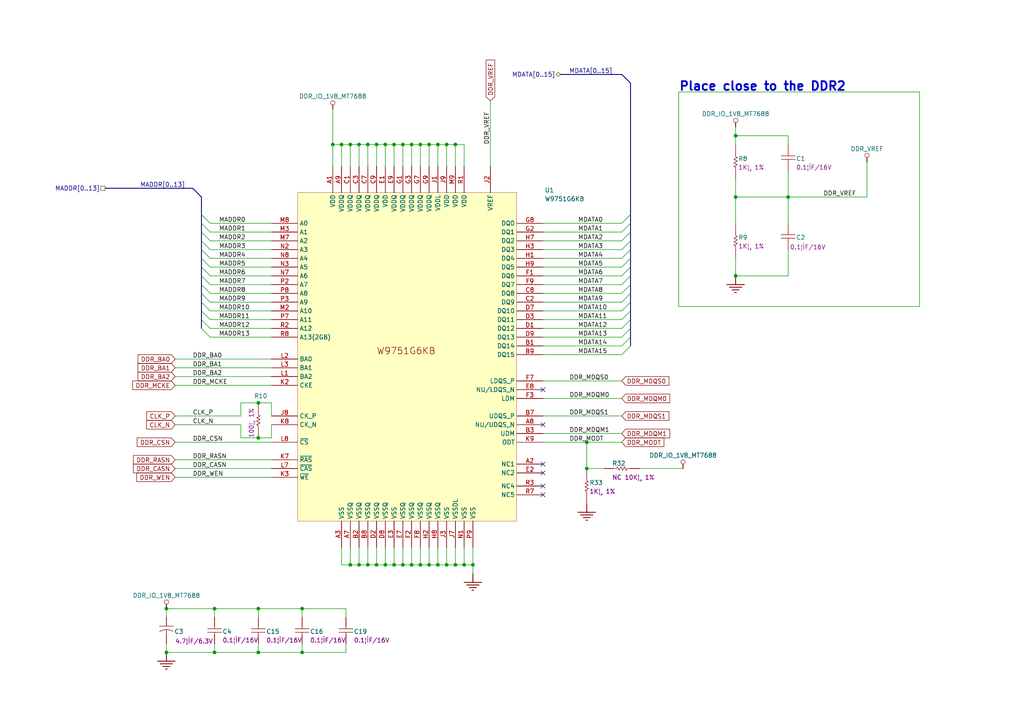
<source format=kicad_sch>
(kicad_sch
	(version 20250114)
	(generator "eeschema")
	(generator_version "9.0")
	(uuid "ea2ffba2-6579-410e-8380-9aec7725fed7")
	(paper "A4")
	(lib_symbols
		(symbol "DDR2_CFG-altium-import:DDR_IO_1V8_MT7688_CIRCLE"
			(power)
			(exclude_from_sim no)
			(in_bom yes)
			(on_board yes)
			(property "Reference" "#PWR"
				(at 0 0 0)
				(effects
					(font
						(size 1.27 1.27)
					)
					(hide yes)
				)
			)
			(property "Value" "DDR_IO_1V8_MT7688"
				(at 0 -3.81 0)
				(effects
					(font
						(size 1.27 1.27)
					)
				)
			)
			(property "Footprint" ""
				(at 0 0 0)
				(effects
					(font
						(size 1.27 1.27)
					)
					(hide yes)
				)
			)
			(property "Datasheet" ""
				(at 0 0 0)
				(effects
					(font
						(size 1.27 1.27)
					)
					(hide yes)
				)
			)
			(property "Description" "Power symbol creates a global label with name 'DDR_IO_1V8_MT7688'"
				(at 0 0 0)
				(effects
					(font
						(size 1.27 1.27)
					)
					(hide yes)
				)
			)
			(property "ki_keywords" "power-flag"
				(at 0 0 0)
				(effects
					(font
						(size 1.27 1.27)
					)
					(hide yes)
				)
			)
			(symbol "DDR_IO_1V8_MT7688_CIRCLE_0_0"
				(polyline
					(pts
						(xy 0 0) (xy 0 -1.27)
					)
					(stroke
						(width 0.254)
						(type solid)
					)
					(fill
						(type none)
					)
				)
				(circle
					(center 0 -1.905)
					(radius 0.635)
					(stroke
						(width 0.127)
						(type solid)
					)
					(fill
						(type none)
					)
				)
				(pin power_in line
					(at 0 0 0)
					(length 0)
					(hide yes)
					(name "DDR_IO_1V8_MT7688"
						(effects
							(font
								(size 1.27 1.27)
							)
						)
					)
					(number ""
						(effects
							(font
								(size 1.27 1.27)
							)
						)
					)
				)
			)
			(embedded_fonts no)
		)
		(symbol "DDR2_CFG-altium-import:DDR_VREF_CIRCLE"
			(power)
			(exclude_from_sim no)
			(in_bom yes)
			(on_board yes)
			(property "Reference" "#PWR"
				(at 0 0 0)
				(effects
					(font
						(size 1.27 1.27)
					)
					(hide yes)
				)
			)
			(property "Value" "DDR_VREF"
				(at 0 -3.81 0)
				(effects
					(font
						(size 1.27 1.27)
					)
				)
			)
			(property "Footprint" ""
				(at 0 0 0)
				(effects
					(font
						(size 1.27 1.27)
					)
					(hide yes)
				)
			)
			(property "Datasheet" ""
				(at 0 0 0)
				(effects
					(font
						(size 1.27 1.27)
					)
					(hide yes)
				)
			)
			(property "Description" "Power symbol creates a global label with name 'DDR_VREF'"
				(at 0 0 0)
				(effects
					(font
						(size 1.27 1.27)
					)
					(hide yes)
				)
			)
			(property "ki_keywords" "power-flag"
				(at 0 0 0)
				(effects
					(font
						(size 1.27 1.27)
					)
					(hide yes)
				)
			)
			(symbol "DDR_VREF_CIRCLE_0_0"
				(polyline
					(pts
						(xy 0 0) (xy 0 -1.27)
					)
					(stroke
						(width 0.254)
						(type solid)
					)
					(fill
						(type none)
					)
				)
				(circle
					(center 0 -1.905)
					(radius 0.635)
					(stroke
						(width 0.127)
						(type solid)
					)
					(fill
						(type none)
					)
				)
				(pin power_in line
					(at 0 0 0)
					(length 0)
					(hide yes)
					(name "DDR_VREF"
						(effects
							(font
								(size 1.27 1.27)
							)
						)
					)
					(number ""
						(effects
							(font
								(size 1.27 1.27)
							)
						)
					)
				)
			)
			(embedded_fonts no)
		)
		(symbol "DDR2_CFG-altium-import:GND_POWER_GROUND"
			(power)
			(exclude_from_sim no)
			(in_bom yes)
			(on_board yes)
			(property "Reference" "#PWR"
				(at 0 0 0)
				(effects
					(font
						(size 1.27 1.27)
					)
					(hide yes)
				)
			)
			(property "Value" "GND"
				(at 0 -6.35 0)
				(effects
					(font
						(size 1.27 1.27)
					)
				)
			)
			(property "Footprint" ""
				(at 0 0 0)
				(effects
					(font
						(size 1.27 1.27)
					)
					(hide yes)
				)
			)
			(property "Datasheet" ""
				(at 0 0 0)
				(effects
					(font
						(size 1.27 1.27)
					)
					(hide yes)
				)
			)
			(property "Description" "Power symbol creates a global label with name 'GND'"
				(at 0 0 0)
				(effects
					(font
						(size 1.27 1.27)
					)
					(hide yes)
				)
			)
			(property "ki_keywords" "power-flag"
				(at 0 0 0)
				(effects
					(font
						(size 1.27 1.27)
					)
					(hide yes)
				)
			)
			(symbol "GND_POWER_GROUND_0_0"
				(polyline
					(pts
						(xy -2.54 -2.54) (xy 2.54 -2.54)
					)
					(stroke
						(width 0.254)
						(type solid)
					)
					(fill
						(type none)
					)
				)
				(polyline
					(pts
						(xy -1.778 -3.302) (xy 1.778 -3.302)
					)
					(stroke
						(width 0.254)
						(type solid)
					)
					(fill
						(type none)
					)
				)
				(polyline
					(pts
						(xy -1.016 -4.064) (xy 1.016 -4.064)
					)
					(stroke
						(width 0.254)
						(type solid)
					)
					(fill
						(type none)
					)
				)
				(polyline
					(pts
						(xy -0.254 -4.826) (xy 0.254 -4.826)
					)
					(stroke
						(width 0.254)
						(type solid)
					)
					(fill
						(type none)
					)
				)
				(polyline
					(pts
						(xy 0 0) (xy 0 -2.54)
					)
					(stroke
						(width 0.254)
						(type solid)
					)
					(fill
						(type none)
					)
				)
				(pin power_in line
					(at 0 0 0)
					(length 0)
					(hide yes)
					(name "GND"
						(effects
							(font
								(size 1.27 1.27)
							)
						)
					)
					(number ""
						(effects
							(font
								(size 1.27 1.27)
							)
						)
					)
				)
			)
			(embedded_fonts no)
		)
		(symbol "DDR2_CFG-altium-import:root_0_W9751G6KB_MT7688_PCBProject.SCHLIB"
			(exclude_from_sim no)
			(in_bom yes)
			(on_board yes)
			(property "Reference" ""
				(at 0 0 0)
				(effects
					(font
						(size 1.27 1.27)
					)
				)
			)
			(property "Value" ""
				(at 0 0 0)
				(effects
					(font
						(size 1.27 1.27)
					)
				)
			)
			(property "Footprint" ""
				(at 0 0 0)
				(effects
					(font
						(size 1.27 1.27)
					)
					(hide yes)
				)
			)
			(property "Datasheet" ""
				(at 0 0 0)
				(effects
					(font
						(size 1.27 1.27)
					)
					(hide yes)
				)
			)
			(property "Description" "DDR2 SDRAM"
				(at 0 0 0)
				(effects
					(font
						(size 1.27 1.27)
					)
					(hide yes)
				)
			)
			(property "ki_fp_filters" "*wbga-84*"
				(at 0 0 0)
				(effects
					(font
						(size 1.27 1.27)
					)
					(hide yes)
				)
			)
			(symbol "root_0_W9751G6KB_MT7688_PCBProject.SCHLIB_1_0"
				(rectangle
					(start 63.5 95.25)
					(end 0 0)
					(stroke
						(width 0.0254)
						(type solid)
						(color 128 0 0 1)
					)
					(fill
						(type background)
					)
				)
				(text "W9751G6KB"
					(at 22.86 48.26 0)
					(effects
						(font
							(size 1.905 1.905)
						)
						(justify left bottom)
					)
				)
				(pin passive line
					(at -7.62 86.36 0)
					(length 7.62)
					(name "A0"
						(effects
							(font
								(size 1.27 1.27)
							)
						)
					)
					(number "M8"
						(effects
							(font
								(size 1.27 1.27)
							)
						)
					)
				)
				(pin passive line
					(at -7.62 83.82 0)
					(length 7.62)
					(name "A1"
						(effects
							(font
								(size 1.27 1.27)
							)
						)
					)
					(number "M3"
						(effects
							(font
								(size 1.27 1.27)
							)
						)
					)
				)
				(pin passive line
					(at -7.62 81.28 0)
					(length 7.62)
					(name "A2"
						(effects
							(font
								(size 1.27 1.27)
							)
						)
					)
					(number "M7"
						(effects
							(font
								(size 1.27 1.27)
							)
						)
					)
				)
				(pin passive line
					(at -7.62 78.74 0)
					(length 7.62)
					(name "A3"
						(effects
							(font
								(size 1.27 1.27)
							)
						)
					)
					(number "N2"
						(effects
							(font
								(size 1.27 1.27)
							)
						)
					)
				)
				(pin passive line
					(at -7.62 76.2 0)
					(length 7.62)
					(name "A4"
						(effects
							(font
								(size 1.27 1.27)
							)
						)
					)
					(number "N8"
						(effects
							(font
								(size 1.27 1.27)
							)
						)
					)
				)
				(pin passive line
					(at -7.62 73.66 0)
					(length 7.62)
					(name "A5"
						(effects
							(font
								(size 1.27 1.27)
							)
						)
					)
					(number "N3"
						(effects
							(font
								(size 1.27 1.27)
							)
						)
					)
				)
				(pin passive line
					(at -7.62 71.12 0)
					(length 7.62)
					(name "A6"
						(effects
							(font
								(size 1.27 1.27)
							)
						)
					)
					(number "N7"
						(effects
							(font
								(size 1.27 1.27)
							)
						)
					)
				)
				(pin passive line
					(at -7.62 68.58 0)
					(length 7.62)
					(name "A7"
						(effects
							(font
								(size 1.27 1.27)
							)
						)
					)
					(number "P2"
						(effects
							(font
								(size 1.27 1.27)
							)
						)
					)
				)
				(pin passive line
					(at -7.62 66.04 0)
					(length 7.62)
					(name "A8"
						(effects
							(font
								(size 1.27 1.27)
							)
						)
					)
					(number "P8"
						(effects
							(font
								(size 1.27 1.27)
							)
						)
					)
				)
				(pin passive line
					(at -7.62 63.5 0)
					(length 7.62)
					(name "A9"
						(effects
							(font
								(size 1.27 1.27)
							)
						)
					)
					(number "P3"
						(effects
							(font
								(size 1.27 1.27)
							)
						)
					)
				)
				(pin passive line
					(at -7.62 60.96 0)
					(length 7.62)
					(name "A10"
						(effects
							(font
								(size 1.27 1.27)
							)
						)
					)
					(number "M2"
						(effects
							(font
								(size 1.27 1.27)
							)
						)
					)
				)
				(pin passive line
					(at -7.62 58.42 0)
					(length 7.62)
					(name "A11"
						(effects
							(font
								(size 1.27 1.27)
							)
						)
					)
					(number "P7"
						(effects
							(font
								(size 1.27 1.27)
							)
						)
					)
				)
				(pin passive line
					(at -7.62 55.88 0)
					(length 7.62)
					(name "A12"
						(effects
							(font
								(size 1.27 1.27)
							)
						)
					)
					(number "R2"
						(effects
							(font
								(size 1.27 1.27)
							)
						)
					)
				)
				(pin passive line
					(at -7.62 53.34 0)
					(length 7.62)
					(name "A13(2GB)"
						(effects
							(font
								(size 1.27 1.27)
							)
						)
					)
					(number "R8"
						(effects
							(font
								(size 1.27 1.27)
							)
						)
					)
				)
				(pin passive line
					(at -7.62 46.99 0)
					(length 7.62)
					(name "BA0"
						(effects
							(font
								(size 1.27 1.27)
							)
						)
					)
					(number "L2"
						(effects
							(font
								(size 1.27 1.27)
							)
						)
					)
				)
				(pin passive line
					(at -7.62 44.45 0)
					(length 7.62)
					(name "BA1"
						(effects
							(font
								(size 1.27 1.27)
							)
						)
					)
					(number "L3"
						(effects
							(font
								(size 1.27 1.27)
							)
						)
					)
				)
				(pin passive line
					(at -7.62 41.91 0)
					(length 7.62)
					(name "BA2"
						(effects
							(font
								(size 1.27 1.27)
							)
						)
					)
					(number "L1"
						(effects
							(font
								(size 1.27 1.27)
							)
						)
					)
				)
				(pin passive line
					(at -7.62 39.37 0)
					(length 7.62)
					(name "CKE"
						(effects
							(font
								(size 1.27 1.27)
							)
						)
					)
					(number "K2"
						(effects
							(font
								(size 1.27 1.27)
							)
						)
					)
				)
				(pin passive line
					(at -7.62 30.48 0)
					(length 7.62)
					(name "CK_P"
						(effects
							(font
								(size 1.27 1.27)
							)
						)
					)
					(number "J8"
						(effects
							(font
								(size 1.27 1.27)
							)
						)
					)
				)
				(pin passive line
					(at -7.62 27.94 0)
					(length 7.62)
					(name "CK_N"
						(effects
							(font
								(size 1.27 1.27)
							)
						)
					)
					(number "K8"
						(effects
							(font
								(size 1.27 1.27)
							)
						)
					)
				)
				(pin passive line
					(at -7.62 22.86 0)
					(length 7.62)
					(name "~{CS}"
						(effects
							(font
								(size 1.27 1.27)
							)
						)
					)
					(number "L8"
						(effects
							(font
								(size 1.27 1.27)
							)
						)
					)
				)
				(pin passive line
					(at -7.62 17.78 0)
					(length 7.62)
					(name "~{RAS}"
						(effects
							(font
								(size 1.27 1.27)
							)
						)
					)
					(number "K7"
						(effects
							(font
								(size 1.27 1.27)
							)
						)
					)
				)
				(pin passive line
					(at -7.62 15.24 0)
					(length 7.62)
					(name "~{CAS}"
						(effects
							(font
								(size 1.27 1.27)
							)
						)
					)
					(number "L7"
						(effects
							(font
								(size 1.27 1.27)
							)
						)
					)
				)
				(pin passive line
					(at -7.62 12.7 0)
					(length 7.62)
					(name "~{WE}"
						(effects
							(font
								(size 1.27 1.27)
							)
						)
					)
					(number "K3"
						(effects
							(font
								(size 1.27 1.27)
							)
						)
					)
				)
				(pin passive line
					(at 10.16 102.87 270)
					(length 7.62)
					(name "VDD"
						(effects
							(font
								(size 1.27 1.27)
							)
						)
					)
					(number "A1"
						(effects
							(font
								(size 1.27 1.27)
							)
						)
					)
				)
				(pin passive line
					(at 12.7 102.87 270)
					(length 7.62)
					(name "VDDQ"
						(effects
							(font
								(size 1.27 1.27)
							)
						)
					)
					(number "A9"
						(effects
							(font
								(size 1.27 1.27)
							)
						)
					)
				)
				(pin passive line
					(at 12.7 -7.62 90)
					(length 7.62)
					(name "VSS"
						(effects
							(font
								(size 1.27 1.27)
							)
						)
					)
					(number "A3"
						(effects
							(font
								(size 1.27 1.27)
							)
						)
					)
				)
				(pin passive line
					(at 15.24 102.87 270)
					(length 7.62)
					(name "VDDQ"
						(effects
							(font
								(size 1.27 1.27)
							)
						)
					)
					(number "C1"
						(effects
							(font
								(size 1.27 1.27)
							)
						)
					)
				)
				(pin passive line
					(at 15.24 -7.62 90)
					(length 7.62)
					(name "VSSQ"
						(effects
							(font
								(size 1.27 1.27)
							)
						)
					)
					(number "A7"
						(effects
							(font
								(size 1.27 1.27)
							)
						)
					)
				)
				(pin passive line
					(at 17.78 102.87 270)
					(length 7.62)
					(name "VDDQ"
						(effects
							(font
								(size 1.27 1.27)
							)
						)
					)
					(number "C3"
						(effects
							(font
								(size 1.27 1.27)
							)
						)
					)
				)
				(pin passive line
					(at 17.78 -7.62 90)
					(length 7.62)
					(name "VSSQ"
						(effects
							(font
								(size 1.27 1.27)
							)
						)
					)
					(number "B2"
						(effects
							(font
								(size 1.27 1.27)
							)
						)
					)
				)
				(pin passive line
					(at 20.32 102.87 270)
					(length 7.62)
					(name "VDDQ"
						(effects
							(font
								(size 1.27 1.27)
							)
						)
					)
					(number "C7"
						(effects
							(font
								(size 1.27 1.27)
							)
						)
					)
				)
				(pin passive line
					(at 20.32 -7.62 90)
					(length 7.62)
					(name "VSSQ"
						(effects
							(font
								(size 1.27 1.27)
							)
						)
					)
					(number "B8"
						(effects
							(font
								(size 1.27 1.27)
							)
						)
					)
				)
				(pin passive line
					(at 22.86 102.87 270)
					(length 7.62)
					(name "VDDQ"
						(effects
							(font
								(size 1.27 1.27)
							)
						)
					)
					(number "C9"
						(effects
							(font
								(size 1.27 1.27)
							)
						)
					)
				)
				(pin passive line
					(at 22.86 -7.62 90)
					(length 7.62)
					(name "VSSQ"
						(effects
							(font
								(size 1.27 1.27)
							)
						)
					)
					(number "D2"
						(effects
							(font
								(size 1.27 1.27)
							)
						)
					)
				)
				(pin passive line
					(at 25.4 102.87 270)
					(length 7.62)
					(name "VDD"
						(effects
							(font
								(size 1.27 1.27)
							)
						)
					)
					(number "E1"
						(effects
							(font
								(size 1.27 1.27)
							)
						)
					)
				)
				(pin passive line
					(at 25.4 -7.62 90)
					(length 7.62)
					(name "VSSQ"
						(effects
							(font
								(size 1.27 1.27)
							)
						)
					)
					(number "D8"
						(effects
							(font
								(size 1.27 1.27)
							)
						)
					)
				)
				(pin passive line
					(at 27.94 102.87 270)
					(length 7.62)
					(name "VDDQ"
						(effects
							(font
								(size 1.27 1.27)
							)
						)
					)
					(number "E9"
						(effects
							(font
								(size 1.27 1.27)
							)
						)
					)
				)
				(pin passive line
					(at 27.94 -7.62 90)
					(length 7.62)
					(name "VSS"
						(effects
							(font
								(size 1.27 1.27)
							)
						)
					)
					(number "E3"
						(effects
							(font
								(size 1.27 1.27)
							)
						)
					)
				)
				(pin passive line
					(at 30.48 102.87 270)
					(length 7.62)
					(name "VDDQ"
						(effects
							(font
								(size 1.27 1.27)
							)
						)
					)
					(number "G1"
						(effects
							(font
								(size 1.27 1.27)
							)
						)
					)
				)
				(pin passive line
					(at 30.48 -7.62 90)
					(length 7.62)
					(name "VSSQ"
						(effects
							(font
								(size 1.27 1.27)
							)
						)
					)
					(number "E7"
						(effects
							(font
								(size 1.27 1.27)
							)
						)
					)
				)
				(pin passive line
					(at 33.02 102.87 270)
					(length 7.62)
					(name "VDDQ"
						(effects
							(font
								(size 1.27 1.27)
							)
						)
					)
					(number "G3"
						(effects
							(font
								(size 1.27 1.27)
							)
						)
					)
				)
				(pin passive line
					(at 33.02 -7.62 90)
					(length 7.62)
					(name "VSSQ"
						(effects
							(font
								(size 1.27 1.27)
							)
						)
					)
					(number "F2"
						(effects
							(font
								(size 1.27 1.27)
							)
						)
					)
				)
				(pin passive line
					(at 35.56 102.87 270)
					(length 7.62)
					(name "VDDQ"
						(effects
							(font
								(size 1.27 1.27)
							)
						)
					)
					(number "G7"
						(effects
							(font
								(size 1.27 1.27)
							)
						)
					)
				)
				(pin passive line
					(at 35.56 -7.62 90)
					(length 7.62)
					(name "VSSQ"
						(effects
							(font
								(size 1.27 1.27)
							)
						)
					)
					(number "F8"
						(effects
							(font
								(size 1.27 1.27)
							)
						)
					)
				)
				(pin passive line
					(at 38.1 102.87 270)
					(length 7.62)
					(name "VDDQ"
						(effects
							(font
								(size 1.27 1.27)
							)
						)
					)
					(number "G9"
						(effects
							(font
								(size 1.27 1.27)
							)
						)
					)
				)
				(pin passive line
					(at 38.1 -7.62 90)
					(length 7.62)
					(name "VSSQ"
						(effects
							(font
								(size 1.27 1.27)
							)
						)
					)
					(number "H2"
						(effects
							(font
								(size 1.27 1.27)
							)
						)
					)
				)
				(pin passive line
					(at 40.64 102.87 270)
					(length 7.62)
					(name "VDDL"
						(effects
							(font
								(size 1.27 1.27)
							)
						)
					)
					(number "J1"
						(effects
							(font
								(size 1.27 1.27)
							)
						)
					)
				)
				(pin passive line
					(at 40.64 -7.62 90)
					(length 7.62)
					(name "VSSQ"
						(effects
							(font
								(size 1.27 1.27)
							)
						)
					)
					(number "H8"
						(effects
							(font
								(size 1.27 1.27)
							)
						)
					)
				)
				(pin passive line
					(at 43.18 102.87 270)
					(length 7.62)
					(name "VDD"
						(effects
							(font
								(size 1.27 1.27)
							)
						)
					)
					(number "J9"
						(effects
							(font
								(size 1.27 1.27)
							)
						)
					)
				)
				(pin passive line
					(at 43.18 -7.62 90)
					(length 7.62)
					(name "VSS"
						(effects
							(font
								(size 1.27 1.27)
							)
						)
					)
					(number "J3"
						(effects
							(font
								(size 1.27 1.27)
							)
						)
					)
				)
				(pin passive line
					(at 45.72 102.87 270)
					(length 7.62)
					(name "VDD"
						(effects
							(font
								(size 1.27 1.27)
							)
						)
					)
					(number "M9"
						(effects
							(font
								(size 1.27 1.27)
							)
						)
					)
				)
				(pin passive line
					(at 45.72 -7.62 90)
					(length 7.62)
					(name "VSSDL"
						(effects
							(font
								(size 1.27 1.27)
							)
						)
					)
					(number "J7"
						(effects
							(font
								(size 1.27 1.27)
							)
						)
					)
				)
				(pin passive line
					(at 48.26 102.87 270)
					(length 7.62)
					(name "VDD"
						(effects
							(font
								(size 1.27 1.27)
							)
						)
					)
					(number "R1"
						(effects
							(font
								(size 1.27 1.27)
							)
						)
					)
				)
				(pin passive line
					(at 48.26 -7.62 90)
					(length 7.62)
					(name "VSS"
						(effects
							(font
								(size 1.27 1.27)
							)
						)
					)
					(number "N1"
						(effects
							(font
								(size 1.27 1.27)
							)
						)
					)
				)
				(pin passive line
					(at 50.8 -7.62 90)
					(length 7.62)
					(name "VSS"
						(effects
							(font
								(size 1.27 1.27)
							)
						)
					)
					(number "P9"
						(effects
							(font
								(size 1.27 1.27)
							)
						)
					)
				)
				(pin passive line
					(at 55.88 102.87 270)
					(length 7.62)
					(name "VREF"
						(effects
							(font
								(size 1.27 1.27)
							)
						)
					)
					(number "J2"
						(effects
							(font
								(size 1.27 1.27)
							)
						)
					)
				)
				(pin passive line
					(at 71.12 86.36 180)
					(length 7.62)
					(name "DQ0"
						(effects
							(font
								(size 1.27 1.27)
							)
						)
					)
					(number "G8"
						(effects
							(font
								(size 1.27 1.27)
							)
						)
					)
				)
				(pin passive line
					(at 71.12 83.82 180)
					(length 7.62)
					(name "DQ1"
						(effects
							(font
								(size 1.27 1.27)
							)
						)
					)
					(number "G2"
						(effects
							(font
								(size 1.27 1.27)
							)
						)
					)
				)
				(pin passive line
					(at 71.12 81.28 180)
					(length 7.62)
					(name "DQ2"
						(effects
							(font
								(size 1.27 1.27)
							)
						)
					)
					(number "H7"
						(effects
							(font
								(size 1.27 1.27)
							)
						)
					)
				)
				(pin passive line
					(at 71.12 78.74 180)
					(length 7.62)
					(name "DQ3"
						(effects
							(font
								(size 1.27 1.27)
							)
						)
					)
					(number "H3"
						(effects
							(font
								(size 1.27 1.27)
							)
						)
					)
				)
				(pin passive line
					(at 71.12 76.2 180)
					(length 7.62)
					(name "DQ4"
						(effects
							(font
								(size 1.27 1.27)
							)
						)
					)
					(number "H1"
						(effects
							(font
								(size 1.27 1.27)
							)
						)
					)
				)
				(pin passive line
					(at 71.12 73.66 180)
					(length 7.62)
					(name "DQ5"
						(effects
							(font
								(size 1.27 1.27)
							)
						)
					)
					(number "H9"
						(effects
							(font
								(size 1.27 1.27)
							)
						)
					)
				)
				(pin passive line
					(at 71.12 71.12 180)
					(length 7.62)
					(name "DQ6"
						(effects
							(font
								(size 1.27 1.27)
							)
						)
					)
					(number "F1"
						(effects
							(font
								(size 1.27 1.27)
							)
						)
					)
				)
				(pin passive line
					(at 71.12 68.58 180)
					(length 7.62)
					(name "DQ7"
						(effects
							(font
								(size 1.27 1.27)
							)
						)
					)
					(number "F9"
						(effects
							(font
								(size 1.27 1.27)
							)
						)
					)
				)
				(pin passive line
					(at 71.12 66.04 180)
					(length 7.62)
					(name "DQ8"
						(effects
							(font
								(size 1.27 1.27)
							)
						)
					)
					(number "C8"
						(effects
							(font
								(size 1.27 1.27)
							)
						)
					)
				)
				(pin passive line
					(at 71.12 63.5 180)
					(length 7.62)
					(name "DQ9"
						(effects
							(font
								(size 1.27 1.27)
							)
						)
					)
					(number "C2"
						(effects
							(font
								(size 1.27 1.27)
							)
						)
					)
				)
				(pin passive line
					(at 71.12 60.96 180)
					(length 7.62)
					(name "DQ10"
						(effects
							(font
								(size 1.27 1.27)
							)
						)
					)
					(number "D7"
						(effects
							(font
								(size 1.27 1.27)
							)
						)
					)
				)
				(pin passive line
					(at 71.12 58.42 180)
					(length 7.62)
					(name "DQ11"
						(effects
							(font
								(size 1.27 1.27)
							)
						)
					)
					(number "D3"
						(effects
							(font
								(size 1.27 1.27)
							)
						)
					)
				)
				(pin passive line
					(at 71.12 55.88 180)
					(length 7.62)
					(name "DQ12"
						(effects
							(font
								(size 1.27 1.27)
							)
						)
					)
					(number "D1"
						(effects
							(font
								(size 1.27 1.27)
							)
						)
					)
				)
				(pin passive line
					(at 71.12 53.34 180)
					(length 7.62)
					(name "DQ13"
						(effects
							(font
								(size 1.27 1.27)
							)
						)
					)
					(number "D9"
						(effects
							(font
								(size 1.27 1.27)
							)
						)
					)
				)
				(pin passive line
					(at 71.12 50.8 180)
					(length 7.62)
					(name "DQ14"
						(effects
							(font
								(size 1.27 1.27)
							)
						)
					)
					(number "B1"
						(effects
							(font
								(size 1.27 1.27)
							)
						)
					)
				)
				(pin passive line
					(at 71.12 48.26 180)
					(length 7.62)
					(name "DQ15"
						(effects
							(font
								(size 1.27 1.27)
							)
						)
					)
					(number "B9"
						(effects
							(font
								(size 1.27 1.27)
							)
						)
					)
				)
				(pin passive line
					(at 71.12 40.64 180)
					(length 7.62)
					(name "LDQS_P"
						(effects
							(font
								(size 1.27 1.27)
							)
						)
					)
					(number "F7"
						(effects
							(font
								(size 1.27 1.27)
							)
						)
					)
				)
				(pin passive line
					(at 71.12 38.1 180)
					(length 7.62)
					(name "NU/LDQS_N"
						(effects
							(font
								(size 1.27 1.27)
							)
						)
					)
					(number "E8"
						(effects
							(font
								(size 1.27 1.27)
							)
						)
					)
				)
				(pin passive line
					(at 71.12 35.56 180)
					(length 7.62)
					(name "LDM"
						(effects
							(font
								(size 1.27 1.27)
							)
						)
					)
					(number "F3"
						(effects
							(font
								(size 1.27 1.27)
							)
						)
					)
				)
				(pin passive line
					(at 71.12 30.48 180)
					(length 7.62)
					(name "UDQS_P"
						(effects
							(font
								(size 1.27 1.27)
							)
						)
					)
					(number "B7"
						(effects
							(font
								(size 1.27 1.27)
							)
						)
					)
				)
				(pin passive line
					(at 71.12 27.94 180)
					(length 7.62)
					(name "NU/UDQS_N"
						(effects
							(font
								(size 1.27 1.27)
							)
						)
					)
					(number "A8"
						(effects
							(font
								(size 1.27 1.27)
							)
						)
					)
				)
				(pin passive line
					(at 71.12 25.4 180)
					(length 7.62)
					(name "UDM"
						(effects
							(font
								(size 1.27 1.27)
							)
						)
					)
					(number "B3"
						(effects
							(font
								(size 1.27 1.27)
							)
						)
					)
				)
				(pin passive line
					(at 71.12 22.86 180)
					(length 7.62)
					(name "ODT"
						(effects
							(font
								(size 1.27 1.27)
							)
						)
					)
					(number "K9"
						(effects
							(font
								(size 1.27 1.27)
							)
						)
					)
				)
				(pin passive line
					(at 71.12 16.51 180)
					(length 7.62)
					(name "NC1"
						(effects
							(font
								(size 1.27 1.27)
							)
						)
					)
					(number "A2"
						(effects
							(font
								(size 1.27 1.27)
							)
						)
					)
				)
				(pin passive line
					(at 71.12 13.97 180)
					(length 7.62)
					(name "NC2"
						(effects
							(font
								(size 1.27 1.27)
							)
						)
					)
					(number "E2"
						(effects
							(font
								(size 1.27 1.27)
							)
						)
					)
				)
				(pin passive line
					(at 71.12 10.16 180)
					(length 7.62)
					(name "NC4"
						(effects
							(font
								(size 1.27 1.27)
							)
						)
					)
					(number "R3"
						(effects
							(font
								(size 1.27 1.27)
							)
						)
					)
				)
				(pin passive line
					(at 71.12 7.62 180)
					(length 7.62)
					(name "NC5"
						(effects
							(font
								(size 1.27 1.27)
							)
						)
					)
					(number "R7"
						(effects
							(font
								(size 1.27 1.27)
							)
						)
					)
				)
			)
			(embedded_fonts no)
		)
		(symbol "DDR2_CFG-altium-import:root_1_Cap_Miscellaneous Devices.SchLib"
			(pin_numbers
				(hide yes)
			)
			(pin_names
				(hide yes)
			)
			(exclude_from_sim no)
			(in_bom yes)
			(on_board yes)
			(property "Reference" ""
				(at 0 0 0)
				(effects
					(font
						(size 1.27 1.27)
					)
				)
			)
			(property "Value" ""
				(at 0 0 0)
				(effects
					(font
						(size 1.27 1.27)
					)
				)
			)
			(property "Footprint" ""
				(at 0 0 0)
				(effects
					(font
						(size 1.27 1.27)
					)
					(hide yes)
				)
			)
			(property "Datasheet" ""
				(at 0 0 0)
				(effects
					(font
						(size 1.27 1.27)
					)
					(hide yes)
				)
			)
			(property "Description" "Capacitor"
				(at 0 0 0)
				(effects
					(font
						(size 1.27 1.27)
					)
					(hide yes)
				)
			)
			(property "ki_fp_filters" "*0402_C*"
				(at 0 0 0)
				(effects
					(font
						(size 1.27 1.27)
					)
					(hide yes)
				)
			)
			(symbol "root_1_Cap_Miscellaneous Devices.SchLib_1_0"
				(polyline
					(pts
						(xy 0.508 1.778) (xy 4.572 1.778)
					)
					(stroke
						(width 0)
						(type solid)
					)
					(fill
						(type none)
					)
				)
				(polyline
					(pts
						(xy 2.54 2.54) (xy 2.54 1.778)
					)
					(stroke
						(width 0)
						(type solid)
					)
					(fill
						(type none)
					)
				)
				(polyline
					(pts
						(xy 2.54 0) (xy 2.54 0.762)
					)
					(stroke
						(width 0)
						(type solid)
					)
					(fill
						(type none)
					)
				)
				(polyline
					(pts
						(xy 4.572 0.762) (xy 0.508 0.762)
					)
					(stroke
						(width 0)
						(type solid)
					)
					(fill
						(type none)
					)
				)
				(pin passive line
					(at 2.54 5.08 270)
					(length 2.54)
					(name "2"
						(effects
							(font
								(size 1.27 1.27)
							)
						)
					)
					(number "2"
						(effects
							(font
								(size 1.27 1.27)
							)
						)
					)
				)
				(pin passive line
					(at 2.54 -2.54 90)
					(length 2.54)
					(name "1"
						(effects
							(font
								(size 1.27 1.27)
							)
						)
					)
					(number "1"
						(effects
							(font
								(size 1.27 1.27)
							)
						)
					)
				)
			)
			(embedded_fonts no)
		)
		(symbol "DDR2_CFG-altium-import:root_1_Res1_Miscellaneous Devices.SchLib"
			(pin_numbers
				(hide yes)
			)
			(pin_names
				(hide yes)
			)
			(exclude_from_sim no)
			(in_bom yes)
			(on_board yes)
			(property "Reference" ""
				(at 0 0 0)
				(effects
					(font
						(size 1.27 1.27)
					)
				)
			)
			(property "Value" ""
				(at 0 0 0)
				(effects
					(font
						(size 1.27 1.27)
					)
				)
			)
			(property "Footprint" ""
				(at 0 0 0)
				(effects
					(font
						(size 1.27 1.27)
					)
					(hide yes)
				)
			)
			(property "Datasheet" ""
				(at 0 0 0)
				(effects
					(font
						(size 1.27 1.27)
					)
					(hide yes)
				)
			)
			(property "Description" "Resistor"
				(at 0 0 0)
				(effects
					(font
						(size 1.27 1.27)
					)
					(hide yes)
				)
			)
			(property "ki_fp_filters" "*0402_R*"
				(at 0 0 0)
				(effects
					(font
						(size 1.27 1.27)
					)
					(hide yes)
				)
			)
			(symbol "root_1_Res1_Miscellaneous Devices.SchLib_1_0"
				(polyline
					(pts
						(xy 2.54 5.08) (xy 2.54 4.064) (xy 3.048 3.81) (xy 2.032 3.302) (xy 3.048 2.794) (xy 2.032 2.286)
						(xy 3.048 1.778) (xy 2.032 1.27) (xy 2.54 1.016) (xy 2.54 0)
					)
					(stroke
						(width 0)
						(type solid)
					)
					(fill
						(type none)
					)
				)
				(pin passive line
					(at 2.54 7.62 270)
					(length 2.54)
					(name "2"
						(effects
							(font
								(size 1.27 1.27)
							)
						)
					)
					(number "2"
						(effects
							(font
								(size 1.27 1.27)
							)
						)
					)
				)
				(pin passive line
					(at 2.54 -2.54 90)
					(length 2.54)
					(name "1"
						(effects
							(font
								(size 1.27 1.27)
							)
						)
					)
					(number "1"
						(effects
							(font
								(size 1.27 1.27)
							)
						)
					)
				)
			)
			(embedded_fonts no)
		)
		(symbol "DDR2_CFG-altium-import:root_2_Res1_Miscellaneous Devices.SchLib"
			(pin_numbers
				(hide yes)
			)
			(pin_names
				(hide yes)
			)
			(exclude_from_sim no)
			(in_bom yes)
			(on_board yes)
			(property "Reference" ""
				(at 0 0 0)
				(effects
					(font
						(size 1.27 1.27)
					)
				)
			)
			(property "Value" ""
				(at 0 0 0)
				(effects
					(font
						(size 1.27 1.27)
					)
				)
			)
			(property "Footprint" ""
				(at 0 0 0)
				(effects
					(font
						(size 1.27 1.27)
					)
					(hide yes)
				)
			)
			(property "Datasheet" ""
				(at 0 0 0)
				(effects
					(font
						(size 1.27 1.27)
					)
					(hide yes)
				)
			)
			(property "Description" "Resistor"
				(at 0 0 0)
				(effects
					(font
						(size 1.27 1.27)
					)
					(hide yes)
				)
			)
			(property "ki_fp_filters" "*0402_R*"
				(at 0 0 0)
				(effects
					(font
						(size 1.27 1.27)
					)
					(hide yes)
				)
			)
			(symbol "root_2_Res1_Miscellaneous Devices.SchLib_1_0"
				(polyline
					(pts
						(xy -5.08 2.54) (xy -4.064 2.54) (xy -3.81 3.048) (xy -3.302 2.032) (xy -2.794 3.048) (xy -2.286 2.032)
						(xy -1.778 3.048) (xy -1.27 2.032) (xy -1.016 2.54) (xy 0 2.54)
					)
					(stroke
						(width 0)
						(type solid)
					)
					(fill
						(type none)
					)
				)
				(pin passive line
					(at -7.62 2.54 0)
					(length 2.54)
					(name "2"
						(effects
							(font
								(size 1.27 1.27)
							)
						)
					)
					(number "2"
						(effects
							(font
								(size 1.27 1.27)
							)
						)
					)
				)
				(pin passive line
					(at 2.54 2.54 180)
					(length 2.54)
					(name "1"
						(effects
							(font
								(size 1.27 1.27)
							)
						)
					)
					(number "1"
						(effects
							(font
								(size 1.27 1.27)
							)
						)
					)
				)
			)
			(embedded_fonts no)
		)
		(symbol "DDR2_CFG-altium-import:root_3_Cap2_Miscellaneous Devices.SchLib"
			(pin_numbers
				(hide yes)
			)
			(pin_names
				(hide yes)
			)
			(exclude_from_sim no)
			(in_bom yes)
			(on_board yes)
			(property "Reference" ""
				(at 0 0 0)
				(effects
					(font
						(size 1.27 1.27)
					)
				)
			)
			(property "Value" ""
				(at 0 0 0)
				(effects
					(font
						(size 1.27 1.27)
					)
				)
			)
			(property "Footprint" ""
				(at 0 0 0)
				(effects
					(font
						(size 1.27 1.27)
					)
					(hide yes)
				)
			)
			(property "Datasheet" ""
				(at 0 0 0)
				(effects
					(font
						(size 1.27 1.27)
					)
					(hide yes)
				)
			)
			(property "Description" "Capacitor"
				(at 0 0 0)
				(effects
					(font
						(size 1.27 1.27)
					)
					(hide yes)
				)
			)
			(property "ki_fp_filters" "*0603_C*"
				(at 0 0 0)
				(effects
					(font
						(size 1.27 1.27)
					)
					(hide yes)
				)
			)
			(symbol "root_3_Cap2_Miscellaneous Devices.SchLib_1_0"
				(polyline
					(pts
						(xy -4.572 0) (xy -0.508 0)
					)
					(stroke
						(width 0)
						(type solid)
					)
					(fill
						(type none)
					)
				)
				(arc
					(start -4.5103 -1.5255)
					(mid -3.5576 -1.1454)
					(end -2.54 -1.016)
					(stroke
						(width 0)
						(type solid)
					)
					(fill
						(type none)
					)
				)
				(polyline
					(pts
						(xy -2.54 -1.016) (xy -2.54 -2.54)
					)
					(stroke
						(width 0)
						(type solid)
					)
					(fill
						(type none)
					)
				)
				(arc
					(start -2.54 -1.016)
					(mid -1.5225 -1.1454)
					(end -0.5697 -1.5255)
					(stroke
						(width 0)
						(type solid)
					)
					(fill
						(type none)
					)
				)
				(pin passive line
					(at -2.54 2.54 270)
					(length 2.54)
					(name "1"
						(effects
							(font
								(size 1.27 1.27)
							)
						)
					)
					(number "1"
						(effects
							(font
								(size 1.27 1.27)
							)
						)
					)
				)
				(pin passive line
					(at -2.54 -5.08 90)
					(length 2.54)
					(name "2"
						(effects
							(font
								(size 1.27 1.27)
							)
						)
					)
					(number "2"
						(effects
							(font
								(size 1.27 1.27)
							)
						)
					)
				)
			)
			(embedded_fonts no)
		)
	)
	(text "Place close to the DDR2"
		(exclude_from_sim no)
		(at 196.85 26.67 0)
		(effects
			(font
				(size 2.54 2.54)
				(thickness 0.508)
				(bold yes)
			)
			(justify left bottom)
		)
		(uuid "1dae333c-3d91-45e0-b719-4c3dc0575dfc")
	)
	(junction
		(at 127 163.83)
		(diameter 0)
		(color 0 0 0 0)
		(uuid "03c649c3-0dd4-4290-841b-5505a88eefae")
	)
	(junction
		(at 121.92 41.91)
		(diameter 0)
		(color 0 0 0 0)
		(uuid "043be093-cd96-4f18-9511-ad7e66d000b1")
	)
	(junction
		(at 114.3 163.83)
		(diameter 0)
		(color 0 0 0 0)
		(uuid "0f04dba3-ac83-4bd9-97b2-d945b3436066")
	)
	(junction
		(at 137.16 163.83)
		(diameter 0)
		(color 0 0 0 0)
		(uuid "1280219e-2713-4181-b7d0-632342b704af")
	)
	(junction
		(at 119.38 163.83)
		(diameter 0)
		(color 0 0 0 0)
		(uuid "16e4a42a-1dc5-42b6-8af5-58f1fbf387fa")
	)
	(junction
		(at 74.93 127)
		(diameter 0)
		(color 0 0 0 0)
		(uuid "2603aa6e-8100-4d55-a3f9-5fd4ba072cd7")
	)
	(junction
		(at 104.14 41.91)
		(diameter 0)
		(color 0 0 0 0)
		(uuid "29d60694-a32a-404f-8558-5e4d0aedb21f")
	)
	(junction
		(at 213.36 80.01)
		(diameter 0)
		(color 0 0 0 0)
		(uuid "2a77830c-5ce2-4f93-a682-e933ca34d377")
	)
	(junction
		(at 62.23 189.23)
		(diameter 0)
		(color 0 0 0 0)
		(uuid "2dca011e-2698-4423-9ff3-a2d8974625b9")
	)
	(junction
		(at 106.68 41.91)
		(diameter 0)
		(color 0 0 0 0)
		(uuid "300904b3-9871-43a4-b429-733f47622ce6")
	)
	(junction
		(at 114.3 41.91)
		(diameter 0)
		(color 0 0 0 0)
		(uuid "32048781-8f06-4cb8-b820-5d4727259225")
	)
	(junction
		(at 132.08 41.91)
		(diameter 0)
		(color 0 0 0 0)
		(uuid "3dd5e297-423c-4992-8be5-a076c3a8107d")
	)
	(junction
		(at 134.62 163.83)
		(diameter 0)
		(color 0 0 0 0)
		(uuid "4abc692c-8fe3-425f-9631-d65db476543d")
	)
	(junction
		(at 48.26 189.23)
		(diameter 0)
		(color 0 0 0 0)
		(uuid "4da474b0-22e7-4f7e-a861-79b1ffebb363")
	)
	(junction
		(at 106.68 163.83)
		(diameter 0)
		(color 0 0 0 0)
		(uuid "5b988445-5ef9-407f-9ced-6df67ae2b06f")
	)
	(junction
		(at 116.84 163.83)
		(diameter 0)
		(color 0 0 0 0)
		(uuid "6171decc-3a83-452b-a8c8-d5ffcde008f1")
	)
	(junction
		(at 127 41.91)
		(diameter 0)
		(color 0 0 0 0)
		(uuid "654c36e6-d560-43aa-ae0c-deb2f3506b88")
	)
	(junction
		(at 111.76 163.83)
		(diameter 0)
		(color 0 0 0 0)
		(uuid "705a8f95-3df7-4beb-83ad-55fd2d27d243")
	)
	(junction
		(at 111.76 41.91)
		(diameter 0)
		(color 0 0 0 0)
		(uuid "725add79-5de4-4a97-8ead-a76369cb6d46")
	)
	(junction
		(at 87.63 189.23)
		(diameter 0)
		(color 0 0 0 0)
		(uuid "77b6c0fd-0d53-4077-b513-488572fd30d8")
	)
	(junction
		(at 48.26 176.53)
		(diameter 0)
		(color 0 0 0 0)
		(uuid "7a384e0c-2411-491b-b3e5-e04a0e7aef73")
	)
	(junction
		(at 213.36 57.15)
		(diameter 0)
		(color 0 0 0 0)
		(uuid "81809fe4-a277-4c3a-91bd-a256bb67cc2c")
	)
	(junction
		(at 96.52 41.91)
		(diameter 0)
		(color 0 0 0 0)
		(uuid "8cfdc544-ff4b-4abc-a6b2-c7744a5ce85b")
	)
	(junction
		(at 101.6 41.91)
		(diameter 0)
		(color 0 0 0 0)
		(uuid "903bb97b-7a60-4af5-8c94-a551dab8b9fe")
	)
	(junction
		(at 99.06 41.91)
		(diameter 0)
		(color 0 0 0 0)
		(uuid "9da23d44-c403-469c-94cb-7aa3f34ffae8")
	)
	(junction
		(at 87.63 176.53)
		(diameter 0)
		(color 0 0 0 0)
		(uuid "ac495d13-4db5-490b-99d4-990c2899ec95")
	)
	(junction
		(at 62.23 176.53)
		(diameter 0)
		(color 0 0 0 0)
		(uuid "b080c098-632a-4cb1-839b-23cb2106b019")
	)
	(junction
		(at 124.46 163.83)
		(diameter 0)
		(color 0 0 0 0)
		(uuid "b401e09b-081c-4970-930a-1ae2e6f1d1d3")
	)
	(junction
		(at 170.18 128.27)
		(diameter 0)
		(color 0 0 0 0)
		(uuid "b4987b96-e347-42e2-bd70-d2100e90a7f9")
	)
	(junction
		(at 129.54 41.91)
		(diameter 0)
		(color 0 0 0 0)
		(uuid "b57e46a5-c2e0-4b3e-b9e0-a983095a5547")
	)
	(junction
		(at 101.6 163.83)
		(diameter 0)
		(color 0 0 0 0)
		(uuid "b944149b-3a5f-49a1-b5c2-5637563f045d")
	)
	(junction
		(at 104.14 163.83)
		(diameter 0)
		(color 0 0 0 0)
		(uuid "c2fa4565-9f5f-404c-8ac6-85b233b1d0fc")
	)
	(junction
		(at 74.93 116.84)
		(diameter 0)
		(color 0 0 0 0)
		(uuid "c70ed1f0-3bef-47a2-96ca-e6b4157df7b7")
	)
	(junction
		(at 74.93 189.23)
		(diameter 0)
		(color 0 0 0 0)
		(uuid "d391c6b7-bf06-47f0-a893-e48b39231948")
	)
	(junction
		(at 121.92 163.83)
		(diameter 0)
		(color 0 0 0 0)
		(uuid "da7c12ee-b44d-4b54-b548-4e4427cf84ea")
	)
	(junction
		(at 109.22 163.83)
		(diameter 0)
		(color 0 0 0 0)
		(uuid "e0c337a9-fd19-4463-835e-3f08f3153d81")
	)
	(junction
		(at 116.84 41.91)
		(diameter 0)
		(color 0 0 0 0)
		(uuid "e176042d-2809-4692-9c7b-30e02189f479")
	)
	(junction
		(at 129.54 163.83)
		(diameter 0)
		(color 0 0 0 0)
		(uuid "e2f01bd5-e4ea-45df-907c-6b9f86507f64")
	)
	(junction
		(at 119.38 41.91)
		(diameter 0)
		(color 0 0 0 0)
		(uuid "e4687fbf-c267-4192-8ccc-4720167de844")
	)
	(junction
		(at 109.22 41.91)
		(diameter 0)
		(color 0 0 0 0)
		(uuid "e5b5aba3-3dbd-44e3-b29b-7a1e2625e581")
	)
	(junction
		(at 124.46 41.91)
		(diameter 0)
		(color 0 0 0 0)
		(uuid "e5f912ca-d702-49a1-a3df-ed78c847ecc8")
	)
	(junction
		(at 228.6 57.15)
		(diameter 0)
		(color 0 0 0 0)
		(uuid "e7b0fd91-cf5e-4442-86af-6f0b9602ed3f")
	)
	(junction
		(at 132.08 163.83)
		(diameter 0)
		(color 0 0 0 0)
		(uuid "f0db8ce7-4f16-438e-a762-6792a3d6533d")
	)
	(junction
		(at 213.36 39.37)
		(diameter 0)
		(color 0 0 0 0)
		(uuid "f803601a-ca08-4610-a49b-fa422de895f9")
	)
	(junction
		(at 74.93 176.53)
		(diameter 0)
		(color 0 0 0 0)
		(uuid "f8c74800-326d-46eb-b82e-5977a04ee7ea")
	)
	(junction
		(at 170.18 135.89)
		(diameter 0)
		(color 0 0 0 0)
		(uuid "ff4faac3-80c8-4622-874a-52b67753c301")
	)
	(no_connect
		(at 157.48 143.51)
		(uuid "6299b515-7097-411f-bfdd-6743b9fe2972")
	)
	(no_connect
		(at 157.48 140.97)
		(uuid "6abf5ef2-adbd-46b0-8709-deea1bb602b5")
	)
	(no_connect
		(at 157.48 134.62)
		(uuid "831e053d-185d-4df3-bc9f-e04448d13cc7")
	)
	(no_connect
		(at 157.48 123.19)
		(uuid "9269c3ed-cf98-48a9-8be5-bfe4a71aaad2")
	)
	(no_connect
		(at 157.48 137.16)
		(uuid "e1f19733-9780-410d-95b9-3bfdb00d975f")
	)
	(no_connect
		(at 157.48 113.03)
		(uuid "f37042c1-0054-4492-b33f-0d64c1d30e18")
	)
	(bus_entry
		(at 182.88 74.93)
		(size -2.54 2.54)
		(stroke
			(width 0)
			(type default)
		)
		(uuid "0a779d68-90c6-48ae-9ea6-383ace32f5c7")
	)
	(bus_entry
		(at 58.42 92.71)
		(size 2.54 2.54)
		(stroke
			(width 0)
			(type default)
		)
		(uuid "1cec79c3-0935-4336-b707-0cdb6bb6b66f")
	)
	(bus_entry
		(at 58.42 87.63)
		(size 2.54 2.54)
		(stroke
			(width 0)
			(type default)
		)
		(uuid "28633031-2b77-4148-ae25-44dccb13276d")
	)
	(bus_entry
		(at 182.88 85.09)
		(size -2.54 2.54)
		(stroke
			(width 0)
			(type default)
		)
		(uuid "2913ef6d-1be0-4a81-aa56-41f7b255c5e4")
	)
	(bus_entry
		(at 182.88 97.79)
		(size -2.54 2.54)
		(stroke
			(width 0)
			(type default)
		)
		(uuid "33cfc642-960e-462e-b816-f617add56f8e")
	)
	(bus_entry
		(at 182.88 80.01)
		(size -2.54 2.54)
		(stroke
			(width 0)
			(type default)
		)
		(uuid "390d997b-8f05-4778-bfc2-85cb829e323a")
	)
	(bus_entry
		(at 182.88 69.85)
		(size -2.54 2.54)
		(stroke
			(width 0)
			(type default)
		)
		(uuid "48173287-7d5a-4607-b84d-49c643c74738")
	)
	(bus_entry
		(at 182.88 95.25)
		(size -2.54 2.54)
		(stroke
			(width 0)
			(type default)
		)
		(uuid "50aa34e3-e9e4-41de-9336-e5139c2f8199")
	)
	(bus_entry
		(at 58.42 95.25)
		(size 2.54 2.54)
		(stroke
			(width 0)
			(type default)
		)
		(uuid "56b0c587-56c0-46c6-9709-67cfe8f2e1dc")
	)
	(bus_entry
		(at 58.42 69.85)
		(size 2.54 2.54)
		(stroke
			(width 0)
			(type default)
		)
		(uuid "5792521c-dcda-4413-b77b-00d25cf36642")
	)
	(bus_entry
		(at 182.88 67.31)
		(size -2.54 2.54)
		(stroke
			(width 0)
			(type default)
		)
		(uuid "661ce46e-477f-4600-8e8b-bf232c855fd5")
	)
	(bus_entry
		(at 182.88 64.77)
		(size -2.54 2.54)
		(stroke
			(width 0)
			(type default)
		)
		(uuid "729789fb-40d0-4075-b3d8-bba6f2b9ca0d")
	)
	(bus_entry
		(at 182.88 87.63)
		(size -2.54 2.54)
		(stroke
			(width 0)
			(type default)
		)
		(uuid "80fd0ffe-0da5-4822-88cc-ef7aefd52edf")
	)
	(bus_entry
		(at 182.88 77.47)
		(size -2.54 2.54)
		(stroke
			(width 0)
			(type default)
		)
		(uuid "8617a01e-a9c4-45d3-9efa-0a63f398202e")
	)
	(bus_entry
		(at 58.42 62.23)
		(size 2.54 2.54)
		(stroke
			(width 0)
			(type default)
		)
		(uuid "87570bc3-f6a8-462a-aece-60b939f18d5a")
	)
	(bus_entry
		(at 182.88 90.17)
		(size -2.54 2.54)
		(stroke
			(width 0)
			(type default)
		)
		(uuid "88579edf-0358-4406-847f-2ac6eef9cf73")
	)
	(bus_entry
		(at 58.42 67.31)
		(size 2.54 2.54)
		(stroke
			(width 0)
			(type default)
		)
		(uuid "8b6c9d3f-91d5-4f0f-9809-aa0135358959")
	)
	(bus_entry
		(at 182.88 62.23)
		(size -2.54 2.54)
		(stroke
			(width 0)
			(type default)
		)
		(uuid "9213f5dc-c2db-4b69-9403-66aaa44fa34a")
	)
	(bus_entry
		(at 58.42 90.17)
		(size 2.54 2.54)
		(stroke
			(width 0)
			(type default)
		)
		(uuid "a0324b5b-4433-40e7-b8f3-5421878ebee0")
	)
	(bus_entry
		(at 182.88 72.39)
		(size -2.54 2.54)
		(stroke
			(width 0)
			(type default)
		)
		(uuid "a1e3c86c-9eef-4895-bff3-842945e5d61a")
	)
	(bus_entry
		(at 58.42 74.93)
		(size 2.54 2.54)
		(stroke
			(width 0)
			(type default)
		)
		(uuid "ad2fc78d-9a9d-4f38-8e42-468976c235ca")
	)
	(bus_entry
		(at 182.88 92.71)
		(size -2.54 2.54)
		(stroke
			(width 0)
			(type default)
		)
		(uuid "add1bd47-b1f4-46d5-bd29-96daee920caa")
	)
	(bus_entry
		(at 58.42 80.01)
		(size 2.54 2.54)
		(stroke
			(width 0)
			(type default)
		)
		(uuid "b0591093-0222-43c6-943c-e7c179ca8421")
	)
	(bus_entry
		(at 182.88 100.33)
		(size -2.54 2.54)
		(stroke
			(width 0)
			(type default)
		)
		(uuid "b2aea0dc-9b35-481b-8497-09f524581dba")
	)
	(bus_entry
		(at 58.42 72.39)
		(size 2.54 2.54)
		(stroke
			(width 0)
			(type default)
		)
		(uuid "b4c30482-94e6-4c01-9b71-c78e17d5c830")
	)
	(bus_entry
		(at 58.42 64.77)
		(size 2.54 2.54)
		(stroke
			(width 0)
			(type default)
		)
		(uuid "baaf3096-a9de-4a29-9522-dcdc646d245f")
	)
	(bus_entry
		(at 182.88 82.55)
		(size -2.54 2.54)
		(stroke
			(width 0)
			(type default)
		)
		(uuid "bab9b135-2af7-4cb5-bd5e-6e57c1aeaa59")
	)
	(bus_entry
		(at 58.42 82.55)
		(size 2.54 2.54)
		(stroke
			(width 0)
			(type default)
		)
		(uuid "c8c2ceba-4109-425f-bb9c-3ed600724588")
	)
	(bus_entry
		(at 58.42 85.09)
		(size 2.54 2.54)
		(stroke
			(width 0)
			(type default)
		)
		(uuid "cee2d716-fd2b-4208-8b3f-0a12fd64d89c")
	)
	(bus_entry
		(at 58.42 77.47)
		(size 2.54 2.54)
		(stroke
			(width 0)
			(type default)
		)
		(uuid "d2a23a8d-7824-422d-896a-5a33aaf668e3")
	)
	(wire
		(pts
			(xy 109.22 41.91) (xy 111.76 41.91)
		)
		(stroke
			(width 0)
			(type default)
		)
		(uuid "031f5d5e-c3a1-474a-92b1-e57adacfd645")
	)
	(wire
		(pts
			(xy 196.85 26.67) (xy 196.85 88.9)
		)
		(stroke
			(width 0)
			(type default)
		)
		(uuid "048d8046-8375-477b-bcb9-99c2098c62e4")
	)
	(wire
		(pts
			(xy 60.96 80.01) (xy 78.74 80.01)
		)
		(stroke
			(width 0)
			(type default)
		)
		(uuid "051da652-66d9-4ad0-9572-6a36d3d91d6c")
	)
	(wire
		(pts
			(xy 137.16 166.37) (xy 137.16 163.83)
		)
		(stroke
			(width 0)
			(type default)
		)
		(uuid "05f43391-14cb-4426-b174-603d90ebf67b")
	)
	(wire
		(pts
			(xy 119.38 48.26) (xy 119.38 41.91)
		)
		(stroke
			(width 0)
			(type default)
		)
		(uuid "068daa81-2bde-4319-b4de-cb14db53d587")
	)
	(wire
		(pts
			(xy 60.96 87.63) (xy 78.74 87.63)
		)
		(stroke
			(width 0)
			(type default)
		)
		(uuid "07467328-b3a9-4054-bea3-072dc48934f9")
	)
	(wire
		(pts
			(xy 132.08 158.75) (xy 132.08 163.83)
		)
		(stroke
			(width 0)
			(type default)
		)
		(uuid "09b05ccc-aeac-4169-a39c-70897e7459b0")
	)
	(wire
		(pts
			(xy 119.38 41.91) (xy 121.92 41.91)
		)
		(stroke
			(width 0)
			(type default)
		)
		(uuid "0bb6e1e5-1b68-42fa-a21e-1b66f5da56dc")
	)
	(wire
		(pts
			(xy 213.36 41.91) (xy 213.36 39.37)
		)
		(stroke
			(width 0)
			(type default)
		)
		(uuid "0d14494e-65f3-4f7f-bf9d-8a586da74904")
	)
	(wire
		(pts
			(xy 119.38 163.83) (xy 116.84 163.83)
		)
		(stroke
			(width 0)
			(type default)
		)
		(uuid "0d27b0cb-d111-41ce-a662-8773dc03ceb6")
	)
	(bus
		(pts
			(xy 58.42 62.23) (xy 58.42 57.15)
		)
		(stroke
			(width 0.254)
			(type default)
		)
		(uuid "10db2720-e21c-4244-9e74-15bc537927a2")
	)
	(wire
		(pts
			(xy 60.96 77.47) (xy 78.74 77.47)
		)
		(stroke
			(width 0)
			(type default)
		)
		(uuid "1113054a-c8be-4d9a-b873-27f63412f927")
	)
	(wire
		(pts
			(xy 228.6 57.15) (xy 251.46 57.15)
		)
		(stroke
			(width 0)
			(type default)
		)
		(uuid "11c05e2c-71da-4ef2-b191-6d1dc4d8d18a")
	)
	(wire
		(pts
			(xy 228.6 41.91) (xy 228.6 39.37)
		)
		(stroke
			(width 0)
			(type default)
		)
		(uuid "13c1b70f-55af-42f2-b1fa-0443a14f5a0d")
	)
	(wire
		(pts
			(xy 101.6 41.91) (xy 104.14 41.91)
		)
		(stroke
			(width 0)
			(type default)
		)
		(uuid "1475944d-da0b-4453-b3f2-e59b025efa02")
	)
	(wire
		(pts
			(xy 157.48 72.39) (xy 180.34 72.39)
		)
		(stroke
			(width 0)
			(type default)
		)
		(uuid "196bc017-0d17-4624-b315-013f7c40c087")
	)
	(bus
		(pts
			(xy 182.88 62.23) (xy 182.88 24.13)
		)
		(stroke
			(width 0.254)
			(type default)
		)
		(uuid "20187de6-112f-4d14-87cc-0d64f99e04c6")
	)
	(wire
		(pts
			(xy 228.6 57.15) (xy 228.6 49.53)
		)
		(stroke
			(width 0)
			(type default)
		)
		(uuid "22a9e6d2-8e32-4507-a6c5-e30e6134f5d9")
	)
	(wire
		(pts
			(xy 60.96 95.25) (xy 78.74 95.25)
		)
		(stroke
			(width 0)
			(type default)
		)
		(uuid "25558709-90a1-45ca-b373-01ef9397cd99")
	)
	(wire
		(pts
			(xy 62.23 179.07) (xy 62.23 176.53)
		)
		(stroke
			(width 0)
			(type default)
		)
		(uuid "25968e8b-91f2-4701-873c-71d694f37059")
	)
	(wire
		(pts
			(xy 134.62 41.91) (xy 134.62 48.26)
		)
		(stroke
			(width 0)
			(type default)
		)
		(uuid "2634399d-290b-448a-a7eb-c7e0f0bc2091")
	)
	(bus
		(pts
			(xy 58.42 69.85) (xy 58.42 67.31)
		)
		(stroke
			(width 0.254)
			(type default)
		)
		(uuid "267913b4-dd73-461c-89fe-0af433ac5125")
	)
	(wire
		(pts
			(xy 74.93 176.53) (xy 87.63 176.53)
		)
		(stroke
			(width 0)
			(type default)
		)
		(uuid "27765f98-4f38-45a6-8fea-471837bc013d")
	)
	(bus
		(pts
			(xy 58.42 92.71) (xy 58.42 90.17)
		)
		(stroke
			(width 0.254)
			(type default)
		)
		(uuid "28ae21c2-6c75-4039-a4ad-38a05d9778ef")
	)
	(wire
		(pts
			(xy 157.48 90.17) (xy 180.34 90.17)
		)
		(stroke
			(width 0)
			(type default)
		)
		(uuid "28d1219c-e017-4f29-910f-f667b619e496")
	)
	(wire
		(pts
			(xy 142.24 29.21) (xy 142.24 48.26)
		)
		(stroke
			(width 0)
			(type default)
		)
		(uuid "2cf7f480-b796-4c3b-9175-3df819667ffd")
	)
	(wire
		(pts
			(xy 104.14 48.26) (xy 104.14 41.91)
		)
		(stroke
			(width 0)
			(type default)
		)
		(uuid "2e3ea308-5d92-4881-84b0-d0c0ff916324")
	)
	(wire
		(pts
			(xy 137.16 163.83) (xy 134.62 163.83)
		)
		(stroke
			(width 0)
			(type default)
		)
		(uuid "336107db-3a26-4693-82b0-e62aec272847")
	)
	(wire
		(pts
			(xy 50.8 128.27) (xy 78.74 128.27)
		)
		(stroke
			(width 0)
			(type default)
		)
		(uuid "3362f38d-946d-414c-8fd7-37a1cdd07bb5")
	)
	(wire
		(pts
			(xy 106.68 163.83) (xy 104.14 163.83)
		)
		(stroke
			(width 0)
			(type default)
		)
		(uuid "338add52-44f3-482f-8dfc-8d916a7253f0")
	)
	(bus
		(pts
			(xy 182.88 97.79) (xy 182.88 95.25)
		)
		(stroke
			(width 0.254)
			(type default)
		)
		(uuid "340413b2-1942-49d7-b000-c8f0faab9c80")
	)
	(wire
		(pts
			(xy 114.3 41.91) (xy 116.84 41.91)
		)
		(stroke
			(width 0)
			(type default)
		)
		(uuid "34cb103a-c2ce-4ca6-bbbb-d6b8dac1a2fc")
	)
	(wire
		(pts
			(xy 50.8 104.14) (xy 78.74 104.14)
		)
		(stroke
			(width 0)
			(type default)
		)
		(uuid "34ec92bb-268c-47b8-90b3-80de3972db30")
	)
	(wire
		(pts
			(xy 213.36 39.37) (xy 213.36 36.83)
		)
		(stroke
			(width 0)
			(type default)
		)
		(uuid "36eced04-be91-473b-83d1-b63b6cf9dc41")
	)
	(wire
		(pts
			(xy 99.06 41.91) (xy 101.6 41.91)
		)
		(stroke
			(width 0)
			(type default)
		)
		(uuid "394bb83e-c79a-48bf-b3d0-4bd6d4fe2b58")
	)
	(wire
		(pts
			(xy 106.68 41.91) (xy 109.22 41.91)
		)
		(stroke
			(width 0)
			(type default)
		)
		(uuid "3bd43173-a898-4797-b44e-e0535b2d23db")
	)
	(bus
		(pts
			(xy 182.88 64.77) (xy 182.88 62.23)
		)
		(stroke
			(width 0.254)
			(type default)
		)
		(uuid "3e9a024f-12c3-410b-ab89-8e1f57812d8f")
	)
	(wire
		(pts
			(xy 100.33 189.23) (xy 100.33 186.69)
		)
		(stroke
			(width 0)
			(type default)
		)
		(uuid "3eafda7d-363d-423b-8a18-d9baefef2290")
	)
	(wire
		(pts
			(xy 116.84 158.75) (xy 116.84 163.83)
		)
		(stroke
			(width 0)
			(type default)
		)
		(uuid "427409e5-7121-43fe-8291-7033737af669")
	)
	(bus
		(pts
			(xy 58.42 57.15) (xy 55.88 54.61)
		)
		(stroke
			(width 0.254)
			(type default)
		)
		(uuid "4348aa0d-f41e-499c-937c-2dc9139e438d")
	)
	(wire
		(pts
			(xy 132.08 41.91) (xy 134.62 41.91)
		)
		(stroke
			(width 0)
			(type default)
		)
		(uuid "457ec772-a155-4f77-b840-3edd51591613")
	)
	(wire
		(pts
			(xy 157.48 95.25) (xy 180.34 95.25)
		)
		(stroke
			(width 0)
			(type default)
		)
		(uuid "469f1d9c-59e7-4cdd-9403-accb71a44838")
	)
	(wire
		(pts
			(xy 60.96 92.71) (xy 78.74 92.71)
		)
		(stroke
			(width 0)
			(type default)
		)
		(uuid "46ebb293-9f5c-408a-ad39-06d48abc0d5f")
	)
	(wire
		(pts
			(xy 228.6 39.37) (xy 213.36 39.37)
		)
		(stroke
			(width 0)
			(type default)
		)
		(uuid "48adf371-2b51-4557-9ef6-b75802f7a088")
	)
	(wire
		(pts
			(xy 74.93 176.53) (xy 62.23 176.53)
		)
		(stroke
			(width 0)
			(type default)
		)
		(uuid "4abbb961-3887-44f4-9348-85283052aa3d")
	)
	(wire
		(pts
			(xy 157.48 92.71) (xy 180.34 92.71)
		)
		(stroke
			(width 0)
			(type default)
		)
		(uuid "4bb0102e-4582-402a-8475-8619059f7c37")
	)
	(bus
		(pts
			(xy 58.42 67.31) (xy 58.42 64.77)
		)
		(stroke
			(width 0.254)
			(type default)
		)
		(uuid "4bd0758b-5eee-4cde-a36c-f3cf55ef0994")
	)
	(wire
		(pts
			(xy 106.68 48.26) (xy 106.68 41.91)
		)
		(stroke
			(width 0)
			(type default)
		)
		(uuid "4c36a947-8b40-4abc-8cab-a9e9d7bbe903")
	)
	(wire
		(pts
			(xy 124.46 41.91) (xy 127 41.91)
		)
		(stroke
			(width 0)
			(type default)
		)
		(uuid "4c5bb019-7cc8-4f08-b08d-26294c3fa771")
	)
	(wire
		(pts
			(xy 50.8 123.19) (xy 69.85 123.19)
		)
		(stroke
			(width 0)
			(type default)
		)
		(uuid "4f5eb4d8-55b2-46df-97e8-f95ddf15ef49")
	)
	(wire
		(pts
			(xy 48.26 189.23) (xy 62.23 189.23)
		)
		(stroke
			(width 0)
			(type default)
		)
		(uuid "4f951953-db3e-4d19-bca9-ba1429d12f55")
	)
	(wire
		(pts
			(xy 157.48 80.01) (xy 180.34 80.01)
		)
		(stroke
			(width 0)
			(type default)
		)
		(uuid "525fea39-ab5e-4569-870b-12a1350aee49")
	)
	(wire
		(pts
			(xy 124.46 163.83) (xy 121.92 163.83)
		)
		(stroke
			(width 0)
			(type default)
		)
		(uuid "52656a07-bfd0-4f71-a0da-aa0c10150905")
	)
	(wire
		(pts
			(xy 50.8 133.35) (xy 78.74 133.35)
		)
		(stroke
			(width 0)
			(type default)
		)
		(uuid "52ef297c-1f84-4a49-a3b2-48229c5a3d4f")
	)
	(wire
		(pts
			(xy 157.48 100.33) (xy 180.34 100.33)
		)
		(stroke
			(width 0)
			(type default)
		)
		(uuid "538d5a7f-e643-46cb-b1c4-c85249bb06c5")
	)
	(bus
		(pts
			(xy 182.88 100.33) (xy 182.88 97.79)
		)
		(stroke
			(width 0.254)
			(type default)
		)
		(uuid "53b4b39a-6627-4c0b-826a-39103ac3f406")
	)
	(wire
		(pts
			(xy 60.96 97.79) (xy 78.74 97.79)
		)
		(stroke
			(width 0)
			(type default)
		)
		(uuid "56055061-678b-4933-aaab-a938a0ec6382")
	)
	(bus
		(pts
			(xy 182.88 90.17) (xy 182.88 87.63)
		)
		(stroke
			(width 0.254)
			(type default)
		)
		(uuid "5676ba23-cdea-4185-be48-36a053aa493c")
	)
	(wire
		(pts
			(xy 87.63 176.53) (xy 100.33 176.53)
		)
		(stroke
			(width 0)
			(type default)
		)
		(uuid "5710b0d0-1d4e-48b0-8c5f-7b5c54b76afa")
	)
	(wire
		(pts
			(xy 111.76 163.83) (xy 109.22 163.83)
		)
		(stroke
			(width 0)
			(type default)
		)
		(uuid "58f5547f-be29-4e39-adea-2498b41d6141")
	)
	(wire
		(pts
			(xy 60.96 85.09) (xy 78.74 85.09)
		)
		(stroke
			(width 0)
			(type default)
		)
		(uuid "5a59db5e-91de-4ba0-9062-a11a3d5a1998")
	)
	(bus
		(pts
			(xy 182.88 72.39) (xy 182.88 69.85)
		)
		(stroke
			(width 0.254)
			(type default)
		)
		(uuid "5bfc3c49-66ab-467e-95df-2755d743aa4a")
	)
	(wire
		(pts
			(xy 74.93 179.07) (xy 74.93 176.53)
		)
		(stroke
			(width 0)
			(type default)
		)
		(uuid "5d960466-ccf0-492a-a45f-bce14ad4cc49")
	)
	(wire
		(pts
			(xy 157.48 82.55) (xy 180.34 82.55)
		)
		(stroke
			(width 0)
			(type default)
		)
		(uuid "5f3e7774-2415-4548-9d69-44f5afd75022")
	)
	(wire
		(pts
			(xy 213.36 57.15) (xy 213.36 64.77)
		)
		(stroke
			(width 0)
			(type default)
		)
		(uuid "5f4ea9bf-7407-4720-af4b-098ea204b479")
	)
	(wire
		(pts
			(xy 170.18 128.27) (xy 157.48 128.27)
		)
		(stroke
			(width 0)
			(type default)
		)
		(uuid "64f8168f-fe33-437b-b893-e4e0d0d00345")
	)
	(wire
		(pts
			(xy 74.93 127) (xy 78.74 127)
		)
		(stroke
			(width 0)
			(type default)
		)
		(uuid "6506dc73-dc36-446f-8a77-7c3e1206eabe")
	)
	(wire
		(pts
			(xy 87.63 186.69) (xy 87.63 189.23)
		)
		(stroke
			(width 0)
			(type default)
		)
		(uuid "6728d1e7-b8a9-4822-8ae5-41846a855f38")
	)
	(wire
		(pts
			(xy 50.8 120.65) (xy 69.85 120.65)
		)
		(stroke
			(width 0)
			(type default)
		)
		(uuid "680a26fb-5bd4-4b59-b485-b5373cdae0ce")
	)
	(wire
		(pts
			(xy 62.23 186.69) (xy 62.23 189.23)
		)
		(stroke
			(width 0)
			(type default)
		)
		(uuid "69b7b8a8-6c3b-4d1c-a5fb-4c06131f936c")
	)
	(wire
		(pts
			(xy 48.26 186.69) (xy 48.26 189.23)
		)
		(stroke
			(width 0)
			(type default)
		)
		(uuid "6a0fc6bc-c16e-41b1-84d3-aaff6b7734bb")
	)
	(wire
		(pts
			(xy 101.6 163.83) (xy 99.06 163.83)
		)
		(stroke
			(width 0)
			(type default)
		)
		(uuid "6aa88d5d-cab8-48c9-8068-fae23b0de8ba")
	)
	(wire
		(pts
			(xy 99.06 163.83) (xy 99.06 158.75)
		)
		(stroke
			(width 0)
			(type default)
		)
		(uuid "6c2f3180-8c58-4592-ba16-e7f9ee2e0512")
	)
	(wire
		(pts
			(xy 62.23 176.53) (xy 48.26 176.53)
		)
		(stroke
			(width 0)
			(type default)
		)
		(uuid "6c69bcbb-c71f-4ea0-8776-361850a5a906")
	)
	(wire
		(pts
			(xy 101.6 158.75) (xy 101.6 163.83)
		)
		(stroke
			(width 0)
			(type default)
		)
		(uuid "6cb7caee-b37e-460b-82c1-c9a7c647221c")
	)
	(wire
		(pts
			(xy 119.38 158.75) (xy 119.38 163.83)
		)
		(stroke
			(width 0)
			(type default)
		)
		(uuid "6d9bb24e-9962-4aa1-95af-4029a38bbebc")
	)
	(wire
		(pts
			(xy 121.92 41.91) (xy 124.46 41.91)
		)
		(stroke
			(width 0)
			(type default)
		)
		(uuid "70072e78-76c7-4103-9c56-105de144af72")
	)
	(wire
		(pts
			(xy 129.54 48.26) (xy 129.54 41.91)
		)
		(stroke
			(width 0)
			(type default)
		)
		(uuid "703fec5e-10de-483d-b961-000ee84fd3ec")
	)
	(bus
		(pts
			(xy 58.42 82.55) (xy 58.42 80.01)
		)
		(stroke
			(width 0.254)
			(type default)
		)
		(uuid "70845581-cae6-44cf-838d-643952e3c235")
	)
	(wire
		(pts
			(xy 50.8 109.22) (xy 78.74 109.22)
		)
		(stroke
			(width 0)
			(type default)
		)
		(uuid "73b1ef19-cc20-45a1-b94d-887ba7da1fd1")
	)
	(wire
		(pts
			(xy 69.85 120.65) (xy 69.85 116.84)
		)
		(stroke
			(width 0)
			(type default)
		)
		(uuid "758ae783-0927-45b5-abf9-109a8b953b10")
	)
	(wire
		(pts
			(xy 127 48.26) (xy 127 41.91)
		)
		(stroke
			(width 0)
			(type default)
		)
		(uuid "794721db-002d-419e-9330-ffaffdab70b4")
	)
	(wire
		(pts
			(xy 124.46 48.26) (xy 124.46 41.91)
		)
		(stroke
			(width 0)
			(type default)
		)
		(uuid "7b374b5a-89c2-453c-83fc-55a525cc3a48")
	)
	(bus
		(pts
			(xy 182.88 67.31) (xy 182.88 64.77)
		)
		(stroke
			(width 0.254)
			(type default)
		)
		(uuid "7ca75185-22be-4fa2-9af4-ae99765edc39")
	)
	(wire
		(pts
			(xy 87.63 179.07) (xy 87.63 176.53)
		)
		(stroke
			(width 0)
			(type default)
		)
		(uuid "7dd52207-58d9-4a33-91e8-4a4aa79dd0e1")
	)
	(wire
		(pts
			(xy 69.85 123.19) (xy 69.85 127)
		)
		(stroke
			(width 0)
			(type default)
		)
		(uuid "7e4908d1-b70e-44ed-b0dd-3c55ccab80b0")
	)
	(wire
		(pts
			(xy 157.48 74.93) (xy 180.34 74.93)
		)
		(stroke
			(width 0)
			(type default)
		)
		(uuid "7f181f79-7b84-4f39-b9b5-f4a29766af46")
	)
	(bus
		(pts
			(xy 182.88 85.09) (xy 182.88 82.55)
		)
		(stroke
			(width 0.254)
			(type default)
		)
		(uuid "7f7f8df5-1fba-49bd-bdfe-28d37a32f259")
	)
	(bus
		(pts
			(xy 58.42 64.77) (xy 58.42 62.23)
		)
		(stroke
			(width 0.254)
			(type default)
		)
		(uuid "7fc4f580-5ed8-4472-a02f-cef33251a9ff")
	)
	(wire
		(pts
			(xy 180.34 115.57) (xy 157.48 115.57)
		)
		(stroke
			(width 0)
			(type default)
		)
		(uuid "806aa188-1060-44b4-8072-1af7deb2c84d")
	)
	(wire
		(pts
			(xy 213.36 74.93) (xy 213.36 80.01)
		)
		(stroke
			(width 0)
			(type default)
		)
		(uuid "82857979-c1cb-405c-8136-667c4caf1c5d")
	)
	(wire
		(pts
			(xy 127 158.75) (xy 127 163.83)
		)
		(stroke
			(width 0)
			(type default)
		)
		(uuid "8386b066-41f1-4842-b1fb-9d66ea8c6106")
	)
	(wire
		(pts
			(xy 60.96 90.17) (xy 78.74 90.17)
		)
		(stroke
			(width 0)
			(type default)
		)
		(uuid "83c61bdb-8b2b-4cdc-b999-3dc0b21c86e9")
	)
	(wire
		(pts
			(xy 228.6 57.15) (xy 228.6 64.77)
		)
		(stroke
			(width 0)
			(type default)
		)
		(uuid "8aeb0d1b-9e57-4040-9672-2d045406c25e")
	)
	(wire
		(pts
			(xy 132.08 48.26) (xy 132.08 41.91)
		)
		(stroke
			(width 0)
			(type default)
		)
		(uuid "8c6f307a-9f00-444d-b6e9-aef47bd37f96")
	)
	(bus
		(pts
			(xy 182.88 95.25) (xy 182.88 92.71)
		)
		(stroke
			(width 0.254)
			(type default)
		)
		(uuid "8c82f0ea-0463-47d5-9b45-841166cedce2")
	)
	(wire
		(pts
			(xy 121.92 48.26) (xy 121.92 41.91)
		)
		(stroke
			(width 0)
			(type default)
		)
		(uuid "8e183c0e-3690-41d2-b6f6-801c53aae282")
	)
	(wire
		(pts
			(xy 109.22 158.75) (xy 109.22 163.83)
		)
		(stroke
			(width 0)
			(type default)
		)
		(uuid "8e6861ad-a6ed-48ef-b99f-e6f23794daab")
	)
	(wire
		(pts
			(xy 111.76 48.26) (xy 111.76 41.91)
		)
		(stroke
			(width 0)
			(type default)
		)
		(uuid "8e7c4dd6-66c1-4d1c-a156-4542fbac0b2a")
	)
	(wire
		(pts
			(xy 78.74 116.84) (xy 78.74 120.65)
		)
		(stroke
			(width 0)
			(type default)
		)
		(uuid "8e8ecbda-f5e9-481e-9298-af31dd4e79df")
	)
	(wire
		(pts
			(xy 60.96 72.39) (xy 78.74 72.39)
		)
		(stroke
			(width 0)
			(type default)
		)
		(uuid "8f3d9533-a0d9-4650-a21f-a949ff8f2692")
	)
	(wire
		(pts
			(xy 180.34 128.27) (xy 170.18 128.27)
		)
		(stroke
			(width 0)
			(type default)
		)
		(uuid "8f678f8e-72a0-40dd-bb33-4975c3b10377")
	)
	(wire
		(pts
			(xy 114.3 48.26) (xy 114.3 41.91)
		)
		(stroke
			(width 0)
			(type default)
		)
		(uuid "9063a6dc-5fc9-4fb1-9759-4af78938f42d")
	)
	(wire
		(pts
			(xy 101.6 48.26) (xy 101.6 41.91)
		)
		(stroke
			(width 0)
			(type default)
		)
		(uuid "908482b7-fe3d-484f-9bbe-ccbfb020bcf5")
	)
	(wire
		(pts
			(xy 127 163.83) (xy 124.46 163.83)
		)
		(stroke
			(width 0)
			(type default)
		)
		(uuid "90fb5c7f-1005-40f8-b430-aa0b07150e4a")
	)
	(wire
		(pts
			(xy 129.54 158.75) (xy 129.54 163.83)
		)
		(stroke
			(width 0)
			(type default)
		)
		(uuid "91c8b1d3-b045-4c2e-9896-3e1e0c4f391b")
	)
	(wire
		(pts
			(xy 50.8 111.76) (xy 78.74 111.76)
		)
		(stroke
			(width 0)
			(type default)
		)
		(uuid "9269bc40-f875-4adb-9dc4-dbe8ba9385cd")
	)
	(wire
		(pts
			(xy 50.8 138.43) (xy 78.74 138.43)
		)
		(stroke
			(width 0)
			(type default)
		)
		(uuid "927d9a79-ead0-425c-85d5-8fed5e77b5d0")
	)
	(wire
		(pts
			(xy 111.76 41.91) (xy 114.3 41.91)
		)
		(stroke
			(width 0)
			(type default)
		)
		(uuid "9396d706-76e1-454a-ae38-5028d22a3af5")
	)
	(wire
		(pts
			(xy 48.26 176.53) (xy 48.26 179.07)
		)
		(stroke
			(width 0)
			(type default)
		)
		(uuid "96210fd7-0cd0-40d5-9eec-a1bd5636903c")
	)
	(wire
		(pts
			(xy 104.14 158.75) (xy 104.14 163.83)
		)
		(stroke
			(width 0)
			(type default)
		)
		(uuid "9aa71fc8-1d75-4d3e-a03b-57768b32b6ba")
	)
	(wire
		(pts
			(xy 185.42 135.89) (xy 198.12 135.89)
		)
		(stroke
			(width 0)
			(type default)
		)
		(uuid "9acbd110-8899-4ac0-84e8-7862ea832812")
	)
	(wire
		(pts
			(xy 60.96 82.55) (xy 78.74 82.55)
		)
		(stroke
			(width 0)
			(type default)
		)
		(uuid "9b39d68b-2a2a-4389-8536-5a751bb916bb")
	)
	(bus
		(pts
			(xy 55.88 54.61) (xy 30.48 54.61)
		)
		(stroke
			(width 0.254)
			(type default)
		)
		(uuid "9b85395d-e4de-405d-ab0b-fe2fc0635ac6")
	)
	(wire
		(pts
			(xy 109.22 48.26) (xy 109.22 41.91)
		)
		(stroke
			(width 0)
			(type default)
		)
		(uuid "9d4908fc-6fd0-4c7f-8cf3-6a99fa471552")
	)
	(wire
		(pts
			(xy 74.93 189.23) (xy 87.63 189.23)
		)
		(stroke
			(width 0)
			(type default)
		)
		(uuid "9d775308-553b-4d27-9077-9740d4ddeb42")
	)
	(wire
		(pts
			(xy 60.96 74.93) (xy 78.74 74.93)
		)
		(stroke
			(width 0)
			(type default)
		)
		(uuid "9e503ce1-00f9-43f0-9234-cd54bfd7879a")
	)
	(bus
		(pts
			(xy 182.88 77.47) (xy 182.88 74.93)
		)
		(stroke
			(width 0.254)
			(type default)
		)
		(uuid "9fe5a0c4-712c-4698-8ff8-30ec990570db")
	)
	(wire
		(pts
			(xy 60.96 69.85) (xy 78.74 69.85)
		)
		(stroke
			(width 0)
			(type default)
		)
		(uuid "a1341192-43fb-4e4e-9757-271a70ea2ee0")
	)
	(bus
		(pts
			(xy 182.88 74.93) (xy 182.88 72.39)
		)
		(stroke
			(width 0.254)
			(type default)
		)
		(uuid "a1a6dfe8-f38b-4ad1-97be-5047513275e2")
	)
	(wire
		(pts
			(xy 96.52 31.75) (xy 96.52 41.91)
		)
		(stroke
			(width 0)
			(type default)
		)
		(uuid "a3542774-e22d-4aad-a8ed-e46d2f7468b5")
	)
	(bus
		(pts
			(xy 182.88 69.85) (xy 182.88 67.31)
		)
		(stroke
			(width 0.254)
			(type default)
		)
		(uuid "a55ef500-2288-41cb-ab74-273bd22fc762")
	)
	(wire
		(pts
			(xy 196.85 88.9) (xy 266.7 88.9)
		)
		(stroke
			(width 0)
			(type default)
		)
		(uuid "a5e37c74-a05c-4439-b528-3e4e6f179004")
	)
	(wire
		(pts
			(xy 266.7 26.67) (xy 196.85 26.67)
		)
		(stroke
			(width 0)
			(type default)
		)
		(uuid "a61545fb-5b5d-4c2d-98b7-eac1c8edb961")
	)
	(wire
		(pts
			(xy 127 41.91) (xy 129.54 41.91)
		)
		(stroke
			(width 0)
			(type default)
		)
		(uuid "a7691859-8b58-4cd5-966d-1c6a1bbc1931")
	)
	(wire
		(pts
			(xy 111.76 158.75) (xy 111.76 163.83)
		)
		(stroke
			(width 0)
			(type default)
		)
		(uuid "ab82c8f5-ce84-45a0-95c8-668497237c7b")
	)
	(wire
		(pts
			(xy 124.46 158.75) (xy 124.46 163.83)
		)
		(stroke
			(width 0)
			(type default)
		)
		(uuid "abf12aec-f1ae-475e-af74-2ea52d4dd6fa")
	)
	(wire
		(pts
			(xy 116.84 163.83) (xy 114.3 163.83)
		)
		(stroke
			(width 0)
			(type default)
		)
		(uuid "ac34ad73-90f2-4c7a-ab71-86e224b558f2")
	)
	(wire
		(pts
			(xy 116.84 48.26) (xy 116.84 41.91)
		)
		(stroke
			(width 0)
			(type default)
		)
		(uuid "ac43a6e4-8c72-4590-92b6-9ac02b686bbd")
	)
	(wire
		(pts
			(xy 170.18 128.27) (xy 170.18 135.89)
		)
		(stroke
			(width 0)
			(type default)
		)
		(uuid "ac4654db-1c86-4366-8265-23dd01afb45d")
	)
	(wire
		(pts
			(xy 157.48 85.09) (xy 180.34 85.09)
		)
		(stroke
			(width 0)
			(type default)
		)
		(uuid "af397cfc-a6d3-4dc1-9922-68af8b88deaa")
	)
	(wire
		(pts
			(xy 69.85 127) (xy 74.93 127)
		)
		(stroke
			(width 0)
			(type default)
		)
		(uuid "afd541e0-360d-494d-be4c-b2443fb1d33e")
	)
	(wire
		(pts
			(xy 114.3 158.75) (xy 114.3 163.83)
		)
		(stroke
			(width 0)
			(type default)
		)
		(uuid "b02a4610-39dc-48a1-83bd-2f0641e794a1")
	)
	(wire
		(pts
			(xy 106.68 158.75) (xy 106.68 163.83)
		)
		(stroke
			(width 0)
			(type default)
		)
		(uuid "b17f6ba2-75cd-4d74-ab70-e04de4f29229")
	)
	(wire
		(pts
			(xy 170.18 135.89) (xy 175.26 135.89)
		)
		(stroke
			(width 0)
			(type default)
		)
		(uuid "b34bc67c-2b4a-4906-9262-04689775522c")
	)
	(wire
		(pts
			(xy 62.23 189.23) (xy 74.93 189.23)
		)
		(stroke
			(width 0)
			(type default)
		)
		(uuid "b3cb8ecd-66cc-4447-8882-04d41c43b2d6")
	)
	(wire
		(pts
			(xy 134.62 158.75) (xy 134.62 163.83)
		)
		(stroke
			(width 0)
			(type default)
		)
		(uuid "b449df28-a812-45a4-aa3c-b15a16f77e93")
	)
	(wire
		(pts
			(xy 78.74 127) (xy 78.74 123.19)
		)
		(stroke
			(width 0)
			(type default)
		)
		(uuid "b62f0ecc-4ecb-4abe-a76f-d00c13c79783")
	)
	(wire
		(pts
			(xy 251.46 57.15) (xy 251.46 46.99)
		)
		(stroke
			(width 0)
			(type default)
		)
		(uuid "b727ccb0-bc61-4ac0-939f-b6e392b0cc32")
	)
	(bus
		(pts
			(xy 182.88 24.13) (xy 180.34 21.59)
		)
		(stroke
			(width 0.254)
			(type default)
		)
		(uuid "b7b19c18-afb0-4d01-8be0-e02459c97c40")
	)
	(wire
		(pts
			(xy 213.36 80.01) (xy 228.6 80.01)
		)
		(stroke
			(width 0)
			(type default)
		)
		(uuid "b814abd1-6e42-4ca6-9864-225e82e8d5c8")
	)
	(wire
		(pts
			(xy 74.93 116.84) (xy 78.74 116.84)
		)
		(stroke
			(width 0)
			(type default)
		)
		(uuid "b8242f64-5b85-4ff3-aacf-5855c2082191")
	)
	(wire
		(pts
			(xy 157.48 64.77) (xy 180.34 64.77)
		)
		(stroke
			(width 0)
			(type default)
		)
		(uuid "b845cdea-d70f-49ab-a612-2437ed16f4e7")
	)
	(wire
		(pts
			(xy 96.52 41.91) (xy 99.06 41.91)
		)
		(stroke
			(width 0)
			(type default)
		)
		(uuid "b9fad58a-c1e1-4893-904c-735bfca78720")
	)
	(bus
		(pts
			(xy 180.34 21.59) (xy 162.56 21.59)
		)
		(stroke
			(width 0.254)
			(type default)
		)
		(uuid "baab7876-f764-47ca-bda3-1f47fa8e2468")
	)
	(wire
		(pts
			(xy 100.33 176.53) (xy 100.33 179.07)
		)
		(stroke
			(width 0)
			(type default)
		)
		(uuid "bad657d7-3c28-4ac6-965c-20fcbec35179")
	)
	(wire
		(pts
			(xy 228.6 80.01) (xy 228.6 72.39)
		)
		(stroke
			(width 0)
			(type default)
		)
		(uuid "bd1b4274-fdea-4544-9905-7460fdd66642")
	)
	(wire
		(pts
			(xy 129.54 41.91) (xy 132.08 41.91)
		)
		(stroke
			(width 0)
			(type default)
		)
		(uuid "beed4d62-7d83-49e6-af7c-e854d0cf9738")
	)
	(bus
		(pts
			(xy 182.88 80.01) (xy 182.88 77.47)
		)
		(stroke
			(width 0.254)
			(type default)
		)
		(uuid "bef55ee1-8a7d-4f11-83f2-d5f0108ecd83")
	)
	(wire
		(pts
			(xy 213.36 52.07) (xy 213.36 57.15)
		)
		(stroke
			(width 0)
			(type default)
		)
		(uuid "bfd75de7-d071-449c-817e-b7e1420cfb24")
	)
	(wire
		(pts
			(xy 129.54 163.83) (xy 127 163.83)
		)
		(stroke
			(width 0)
			(type default)
		)
		(uuid "c17db1a0-e4b0-4ae6-81ee-5f51ce0e4f2a")
	)
	(wire
		(pts
			(xy 134.62 163.83) (xy 132.08 163.83)
		)
		(stroke
			(width 0)
			(type default)
		)
		(uuid "c23acfa3-3cec-4236-9dbc-b0e717fce9c9")
	)
	(wire
		(pts
			(xy 116.84 41.91) (xy 119.38 41.91)
		)
		(stroke
			(width 0)
			(type default)
		)
		(uuid "c3fc5df7-9849-468e-92fe-905a1f52bbbe")
	)
	(wire
		(pts
			(xy 213.36 57.15) (xy 228.6 57.15)
		)
		(stroke
			(width 0)
			(type default)
		)
		(uuid "c4661f2b-e83b-4455-8b0b-7b0f3fc2390f")
	)
	(bus
		(pts
			(xy 58.42 74.93) (xy 58.42 72.39)
		)
		(stroke
			(width 0.254)
			(type default)
		)
		(uuid "c6b8f3e5-8ba9-49f7-8f25-85f727c2798b")
	)
	(bus
		(pts
			(xy 58.42 87.63) (xy 58.42 85.09)
		)
		(stroke
			(width 0.254)
			(type default)
		)
		(uuid "c8473470-4449-43ea-b704-8e94c57485c2")
	)
	(wire
		(pts
			(xy 104.14 41.91) (xy 106.68 41.91)
		)
		(stroke
			(width 0)
			(type default)
		)
		(uuid "cb66ffec-9698-4be9-bfb5-00d74e0acbad")
	)
	(wire
		(pts
			(xy 121.92 158.75) (xy 121.92 163.83)
		)
		(stroke
			(width 0)
			(type default)
		)
		(uuid "cda0e212-1247-4826-89d6-e6c4204a7849")
	)
	(wire
		(pts
			(xy 266.7 88.9) (xy 266.7 26.67)
		)
		(stroke
			(width 0)
			(type default)
		)
		(uuid "d04d4a6e-b8b2-4f96-8be2-db3e7671f9ef")
	)
	(wire
		(pts
			(xy 114.3 163.83) (xy 111.76 163.83)
		)
		(stroke
			(width 0)
			(type default)
		)
		(uuid "d208009d-af07-4479-9194-d65d4a06c213")
	)
	(bus
		(pts
			(xy 58.42 90.17) (xy 58.42 87.63)
		)
		(stroke
			(width 0.254)
			(type default)
		)
		(uuid "d47b1fac-61c8-48c7-a284-101c5d2e8714")
	)
	(wire
		(pts
			(xy 157.48 67.31) (xy 180.34 67.31)
		)
		(stroke
			(width 0)
			(type default)
		)
		(uuid "d51802e5-803b-41ca-9e17-e7e3637388b4")
	)
	(bus
		(pts
			(xy 58.42 95.25) (xy 58.42 92.71)
		)
		(stroke
			(width 0.254)
			(type default)
		)
		(uuid "d77c3a9f-f37b-4fbe-9252-218cc0cffffe")
	)
	(wire
		(pts
			(xy 180.34 125.73) (xy 157.48 125.73)
		)
		(stroke
			(width 0)
			(type default)
		)
		(uuid "dd924c97-6b4f-401b-974d-185db9f35da5")
	)
	(wire
		(pts
			(xy 157.48 87.63) (xy 180.34 87.63)
		)
		(stroke
			(width 0)
			(type default)
		)
		(uuid "ddf9d003-6f5e-4e9a-a6bc-7f7c5f530704")
	)
	(bus
		(pts
			(xy 182.88 82.55) (xy 182.88 80.01)
		)
		(stroke
			(width 0.254)
			(type default)
		)
		(uuid "e0fe35c0-33c8-456e-ac13-73058934bdcb")
	)
	(wire
		(pts
			(xy 109.22 163.83) (xy 106.68 163.83)
		)
		(stroke
			(width 0)
			(type default)
		)
		(uuid "e3fe08e7-f4b9-4466-be6e-71f699d37d1d")
	)
	(wire
		(pts
			(xy 87.63 189.23) (xy 100.33 189.23)
		)
		(stroke
			(width 0)
			(type default)
		)
		(uuid "e559f686-ed58-4663-9d9d-bee7c8da1807")
	)
	(wire
		(pts
			(xy 121.92 163.83) (xy 119.38 163.83)
		)
		(stroke
			(width 0)
			(type default)
		)
		(uuid "e61303ba-d73c-4c08-8ba9-992a4d969949")
	)
	(wire
		(pts
			(xy 132.08 163.83) (xy 129.54 163.83)
		)
		(stroke
			(width 0)
			(type default)
		)
		(uuid "e62b4f3b-45be-4e63-8402-9e772a6d701e")
	)
	(wire
		(pts
			(xy 180.34 120.65) (xy 157.48 120.65)
		)
		(stroke
			(width 0)
			(type default)
		)
		(uuid "e65714bc-f18b-4626-bcbb-3698fe968ee3")
	)
	(wire
		(pts
			(xy 104.14 163.83) (xy 101.6 163.83)
		)
		(stroke
			(width 0)
			(type default)
		)
		(uuid "e6c81220-3828-4801-9186-8833676cbf1f")
	)
	(wire
		(pts
			(xy 157.48 102.87) (xy 180.34 102.87)
		)
		(stroke
			(width 0)
			(type default)
		)
		(uuid "e70c903f-bc86-452f-a79a-85fc6409a2f4")
	)
	(wire
		(pts
			(xy 157.48 77.47) (xy 180.34 77.47)
		)
		(stroke
			(width 0)
			(type default)
		)
		(uuid "e8c62f52-38c7-460f-b52f-789a689e7707")
	)
	(bus
		(pts
			(xy 58.42 85.09) (xy 58.42 82.55)
		)
		(stroke
			(width 0.254)
			(type default)
		)
		(uuid "e9b2b24f-ab95-4d11-96d2-7a4f5dbcab15")
	)
	(wire
		(pts
			(xy 69.85 116.84) (xy 74.93 116.84)
		)
		(stroke
			(width 0)
			(type default)
		)
		(uuid "e9bc170d-2580-40ec-95ab-48566a1bf7ad")
	)
	(wire
		(pts
			(xy 137.16 163.83) (xy 137.16 158.75)
		)
		(stroke
			(width 0)
			(type default)
		)
		(uuid "e9fbc664-d010-413f-bdb7-8f992cf13119")
	)
	(bus
		(pts
			(xy 58.42 77.47) (xy 58.42 74.93)
		)
		(stroke
			(width 0.254)
			(type default)
		)
		(uuid "eb79748d-5dea-4d61-9fed-216303c65f7a")
	)
	(wire
		(pts
			(xy 50.8 135.89) (xy 78.74 135.89)
		)
		(stroke
			(width 0)
			(type default)
		)
		(uuid "ec0e5929-df7c-4deb-a587-b9bdcd4c958c")
	)
	(bus
		(pts
			(xy 182.88 87.63) (xy 182.88 85.09)
		)
		(stroke
			(width 0.254)
			(type default)
		)
		(uuid "ec5da7b5-efa3-478b-9828-586e94421360")
	)
	(wire
		(pts
			(xy 60.96 67.31) (xy 78.74 67.31)
		)
		(stroke
			(width 0)
			(type default)
		)
		(uuid "ef2246b7-0140-45aa-8a42-27ca1448a69b")
	)
	(wire
		(pts
			(xy 50.8 106.68) (xy 78.74 106.68)
		)
		(stroke
			(width 0)
			(type default)
		)
		(uuid "f226f1f2-eb5e-4809-ac19-b56b5f121536")
	)
	(bus
		(pts
			(xy 182.88 92.71) (xy 182.88 90.17)
		)
		(stroke
			(width 0.254)
			(type default)
		)
		(uuid "f248bded-04e8-4e2e-bd79-22eb20b109cd")
	)
	(wire
		(pts
			(xy 99.06 48.26) (xy 99.06 41.91)
		)
		(stroke
			(width 0)
			(type default)
		)
		(uuid "f2606446-cb0c-4d56-95a0-ac1a71f74819")
	)
	(wire
		(pts
			(xy 180.34 110.49) (xy 157.48 110.49)
		)
		(stroke
			(width 0)
			(type default)
		)
		(uuid "f2ae4495-dc97-455e-9193-86e3e7550775")
	)
	(wire
		(pts
			(xy 96.52 48.26) (xy 96.52 41.91)
		)
		(stroke
			(width 0)
			(type default)
		)
		(uuid "f32f8537-c320-41a4-a237-f9235af4b091")
	)
	(wire
		(pts
			(xy 157.48 69.85) (xy 180.34 69.85)
		)
		(stroke
			(width 0)
			(type default)
		)
		(uuid "f4179b0c-e932-4a7c-b6d1-e614d267748d")
	)
	(wire
		(pts
			(xy 157.48 97.79) (xy 180.34 97.79)
		)
		(stroke
			(width 0)
			(type default)
		)
		(uuid "f5c7c5dd-52ad-4e63-a128-498a84135c40")
	)
	(bus
		(pts
			(xy 58.42 80.01) (xy 58.42 77.47)
		)
		(stroke
			(width 0.254)
			(type default)
		)
		(uuid "f5dcde4b-b5eb-4161-84a6-8eb7e1de50d4")
	)
	(wire
		(pts
			(xy 60.96 64.77) (xy 78.74 64.77)
		)
		(stroke
			(width 0)
			(type default)
		)
		(uuid "f6fe56a0-62ce-464b-9bea-39f9162da885")
	)
	(bus
		(pts
			(xy 58.42 72.39) (xy 58.42 69.85)
		)
		(stroke
			(width 0.254)
			(type default)
		)
		(uuid "fd78a034-dddd-4646-84c3-e1fdc31801e0")
	)
	(wire
		(pts
			(xy 74.93 186.69) (xy 74.93 189.23)
		)
		(stroke
			(width 0)
			(type default)
		)
		(uuid "ff045c24-d771-4831-90ff-b9e7704c6ed0")
	)
	(label "MADDR6"
		(at 63.5 80.01 0)
		(effects
			(font
				(size 1.27 1.27)
			)
			(justify left bottom)
		)
		(uuid "0873c244-9535-40cd-b98c-68b186b78c2a")
	)
	(label "MDATA9"
		(at 167.64 87.63 0)
		(effects
			(font
				(size 1.27 1.27)
			)
			(justify left bottom)
		)
		(uuid "0dc5d3c1-6a2a-48f9-8e40-d69abfd35e33")
	)
	(label "MADDR11"
		(at 63.5 92.71 0)
		(effects
			(font
				(size 1.27 1.27)
			)
			(justify left bottom)
		)
		(uuid "16b3a724-91cb-4d78-a795-b05991352b2f")
	)
	(label "MDATA[0..15]"
		(at 165.1 21.59 0)
		(effects
			(font
				(size 1.27 1.27)
			)
			(justify left bottom)
		)
		(uuid "16fd507d-7de5-4931-95c7-1f44699e3c2c")
	)
	(label "MADDR7"
		(at 63.5 82.55 0)
		(effects
			(font
				(size 1.27 1.27)
			)
			(justify left bottom)
		)
		(uuid "17f893d7-5489-4a83-8400-ca90cf0e1c3e")
	)
	(label "MDATA4"
		(at 167.64 74.93 0)
		(effects
			(font
				(size 1.27 1.27)
			)
			(justify left bottom)
		)
		(uuid "1ab0366b-de41-4b30-ab79-945fcc0c7c32")
	)
	(label "MADDR13"
		(at 63.5 97.79 0)
		(effects
			(font
				(size 1.27 1.27)
			)
			(justify left bottom)
		)
		(uuid "1c30f076-45c5-48ae-af86-76240bd028b2")
	)
	(label "DDR_CASN"
		(at 55.88 135.89 0)
		(effects
			(font
				(size 1.27 1.27)
			)
			(justify left bottom)
		)
		(uuid "24cd1755-c46f-4174-aa98-f5ddfe938fd6")
	)
	(label "DDR_MDQS0"
		(at 165.1 110.49 0)
		(effects
			(font
				(size 1.27 1.27)
			)
			(justify left bottom)
		)
		(uuid "25963844-9df5-4e3e-89e8-f1ea25eb506a")
	)
	(label "DDR_BA0"
		(at 55.88 104.14 0)
		(effects
			(font
				(size 1.27 1.27)
			)
			(justify left bottom)
		)
		(uuid "27840322-1f9e-4196-96a2-905634d1ac69")
	)
	(label "MDATA0"
		(at 167.64 64.77 0)
		(effects
			(font
				(size 1.27 1.27)
			)
			(justify left bottom)
		)
		(uuid "2efa2b97-e5ad-43ae-a7de-9506660b6577")
	)
	(label "DDR_MDQM0"
		(at 165.1 115.57 0)
		(effects
			(font
				(size 1.27 1.27)
			)
			(justify left bottom)
		)
		(uuid "2f8d5039-040b-4b97-bf79-ca2d1e135efe")
	)
	(label "MDATA13"
		(at 167.64 97.79 0)
		(effects
			(font
				(size 1.27 1.27)
			)
			(justify left bottom)
		)
		(uuid "34810f6f-ede5-4dcd-90e8-1dddd6caaf9b")
	)
	(label "DDR_VREF"
		(at 238.76 57.15 0)
		(effects
			(font
				(size 1.27 1.27)
			)
			(justify left bottom)
		)
		(uuid "42a25109-8cfb-46fb-aeef-8c4f4dad9af2")
	)
	(label "CLK_P"
		(at 55.88 120.65 0)
		(effects
			(font
				(size 1.27 1.27)
			)
			(justify left bottom)
		)
		(uuid "44c512dc-2c33-41a2-b49f-ca1dde884d29")
	)
	(label "DDR_MODT"
		(at 165.1 128.27 0)
		(effects
			(font
				(size 1.27 1.27)
			)
			(justify left bottom)
		)
		(uuid "46342212-6204-4161-a9cd-72dadc675a1d")
	)
	(label "DDR_MDQM1"
		(at 165.1 125.73 0)
		(effects
			(font
				(size 1.27 1.27)
			)
			(justify left bottom)
		)
		(uuid "46b5c3bb-4266-4410-9d90-c2e042f07d74")
	)
	(label "MADDR5"
		(at 63.5 77.47 0)
		(effects
			(font
				(size 1.27 1.27)
			)
			(justify left bottom)
		)
		(uuid "4c2fe958-7c15-4ba9-8044-ed778fcbcf79")
	)
	(label "DDR_MCKE"
		(at 55.88 111.76 0)
		(effects
			(font
				(size 1.27 1.27)
			)
			(justify left bottom)
		)
		(uuid "4c5ff304-f469-4227-b26b-2b9d1ed0b179")
	)
	(label "MDATA2"
		(at 167.64 69.85 0)
		(effects
			(font
				(size 1.27 1.27)
			)
			(justify left bottom)
		)
		(uuid "532525e8-bc4e-445f-9a00-200d4e93cdf5")
	)
	(label "MDATA8"
		(at 167.64 85.09 0)
		(effects
			(font
				(size 1.27 1.27)
			)
			(justify left bottom)
		)
		(uuid "554425ee-9b62-4456-9b55-95938492f52f")
	)
	(label "DDR_RASN"
		(at 55.88 133.35 0)
		(effects
			(font
				(size 1.27 1.27)
			)
			(justify left bottom)
		)
		(uuid "6c74daab-cb37-44f6-9afb-20dd415d1aa2")
	)
	(label "MDATA5"
		(at 167.64 77.47 0)
		(effects
			(font
				(size 1.27 1.27)
			)
			(justify left bottom)
		)
		(uuid "6f6a1f9d-178a-4ae8-8f94-f0dff38e923c")
	)
	(label "MADDR3"
		(at 63.5 72.39 0)
		(effects
			(font
				(size 1.27 1.27)
			)
			(justify left bottom)
		)
		(uuid "72ae062c-33fc-4fa6-95fb-23104f18958b")
	)
	(label "MADDR[0..13]"
		(at 40.64 54.61 0)
		(effects
			(font
				(size 1.27 1.27)
			)
			(justify left bottom)
		)
		(uuid "77cace0c-7129-409a-9d4c-44062bd70f10")
	)
	(label "CLK_N"
		(at 55.88 123.19 0)
		(effects
			(font
				(size 1.27 1.27)
			)
			(justify left bottom)
		)
		(uuid "7c1b332d-91fc-4b64-b86d-c248c195993b")
	)
	(label "MADDR10"
		(at 63.5 90.17 0)
		(effects
			(font
				(size 1.27 1.27)
			)
			(justify left bottom)
		)
		(uuid "7c2969d4-5114-4288-bb31-156144c1a019")
	)
	(label "MADDR2"
		(at 63.5 69.85 0)
		(effects
			(font
				(size 1.27 1.27)
			)
			(justify left bottom)
		)
		(uuid "80d903ca-49cf-4044-b6b5-343fe6e9de98")
	)
	(label "MDATA7"
		(at 167.64 82.55 0)
		(effects
			(font
				(size 1.27 1.27)
			)
			(justify left bottom)
		)
		(uuid "8e883937-6580-4083-985a-52cc4d07b258")
	)
	(label "DDR_WEN"
		(at 55.88 138.43 0)
		(effects
			(font
				(size 1.27 1.27)
			)
			(justify left bottom)
		)
		(uuid "9265e3b9-973d-47d4-9d23-7fafb80cb7d8")
	)
	(label "MADDR9"
		(at 63.5 87.63 0)
		(effects
			(font
				(size 1.27 1.27)
			)
			(justify left bottom)
		)
		(uuid "97dd5385-9a5a-4a51-95b0-bcbe6ef06b50")
	)
	(label "MDATA10"
		(at 167.64 90.17 0)
		(effects
			(font
				(size 1.27 1.27)
			)
			(justify left bottom)
		)
		(uuid "988117dd-dccf-40f2-aae7-c049ce4bf3ae")
	)
	(label "MADDR0"
		(at 63.5 64.77 0)
		(effects
			(font
				(size 1.27 1.27)
			)
			(justify left bottom)
		)
		(uuid "9e09b615-0c86-4bf9-8156-3bd2f0283a95")
	)
	(label "DDR_BA2"
		(at 55.88 109.22 0)
		(effects
			(font
				(size 1.27 1.27)
			)
			(justify left bottom)
		)
		(uuid "9fa0c072-b1ab-4dd0-9061-7926ba3e8e41")
	)
	(label "MADDR1"
		(at 63.5 67.31 0)
		(effects
			(font
				(size 1.27 1.27)
			)
			(justify left bottom)
		)
		(uuid "a1e5399e-a44c-4bf6-a3d8-bd7adb8951a9")
	)
	(label "MADDR4"
		(at 63.5 74.93 0)
		(effects
			(font
				(size 1.27 1.27)
			)
			(justify left bottom)
		)
		(uuid "a32f7337-3470-4f97-9a90-69be49a54143")
	)
	(label "MADDR12"
		(at 63.5 95.25 0)
		(effects
			(font
				(size 1.27 1.27)
			)
			(justify left bottom)
		)
		(uuid "ade35583-cda4-46ab-8a71-8051de462442")
	)
	(label "MDATA6"
		(at 167.64 80.01 0)
		(effects
			(font
				(size 1.27 1.27)
			)
			(justify left bottom)
		)
		(uuid "b825f738-bc56-48ff-af71-3d26acfb9d6b")
	)
	(label "MDATA14"
		(at 167.64 100.33 0)
		(effects
			(font
				(size 1.27 1.27)
			)
			(justify left bottom)
		)
		(uuid "b8875017-1abc-476e-8004-8d654beb4e0c")
	)
	(label "MDATA12"
		(at 167.64 95.25 0)
		(effects
			(font
				(size 1.27 1.27)
			)
			(justify left bottom)
		)
		(uuid "ba3d066b-a0dd-4f82-bcb0-ac7693f7dad4")
	)
	(label "DDR_MDQS1"
		(at 165.1 120.65 0)
		(effects
			(font
				(size 1.27 1.27)
			)
			(justify left bottom)
		)
		(uuid "c0cd56f6-4877-4521-b7a5-36b427e31506")
	)
	(label "MDATA11"
		(at 167.64 92.71 0)
		(effects
			(font
				(size 1.27 1.27)
			)
			(justify left bottom)
		)
		(uuid "c205a932-9710-42e7-a4b9-4dc29281b3d0")
	)
	(label "DDR_BA1"
		(at 55.88 106.68 0)
		(effects
			(font
				(size 1.27 1.27)
			)
			(justify left bottom)
		)
		(uuid "c53298be-6839-4b32-8062-9e726169a0ae")
	)
	(label "MADDR8"
		(at 63.5 85.09 0)
		(effects
			(font
				(size 1.27 1.27)
			)
			(justify left bottom)
		)
		(uuid "cffb4fa8-bf28-423c-938a-8605e22f843e")
	)
	(label "MDATA1"
		(at 167.64 67.31 0)
		(effects
			(font
				(size 1.27 1.27)
			)
			(justify left bottom)
		)
		(uuid "d08ba171-1a98-4a0e-9d8d-ec3cc10cd7ca")
	)
	(label "DDR_CSN"
		(at 55.88 128.27 0)
		(effects
			(font
				(size 1.27 1.27)
			)
			(justify left bottom)
		)
		(uuid "d13c8e95-2b08-4076-9d78-b0fd5c7f0692")
	)
	(label "MDATA3"
		(at 167.64 72.39 0)
		(effects
			(font
				(size 1.27 1.27)
			)
			(justify left bottom)
		)
		(uuid "da19971a-8a20-4ea6-aa0c-ca238a8c1ec5")
	)
	(label "DDR_VREF"
		(at 142.24 41.91 90)
		(effects
			(font
				(size 1.27 1.27)
			)
			(justify left bottom)
		)
		(uuid "ed1b61f4-f07c-40e6-9e3c-da08d0453aa7")
	)
	(label "MDATA15"
		(at 167.64 102.87 0)
		(effects
			(font
				(size 1.27 1.27)
			)
			(justify left bottom)
		)
		(uuid "f426d2c7-0277-4036-b944-51cb2fd0cf88")
	)
	(global_label "DDR_BA1"
		(shape input)
		(at 50.8 106.68 180)
		(fields_autoplaced yes)
		(effects
			(font
				(size 1.27 1.27)
			)
			(justify right)
		)
		(uuid "13cb5148-e054-4609-b872-1d9607ee5b79")
		(property "Intersheetrefs" "${INTERSHEET_REFS}"
			(at 42.0091 106.68 0)
			(effects
				(font
					(size 1.27 1.27)
				)
				(justify right)
				(hide yes)
			)
		)
	)
	(global_label "DDR_CASN"
		(shape input)
		(at 50.8 135.89 180)
		(fields_autoplaced yes)
		(effects
			(font
				(size 1.27 1.27)
			)
			(justify right)
		)
		(uuid "251776df-51fd-4667-a89a-0a52f2888545")
		(property "Intersheetrefs" "${INTERSHEET_REFS}"
			(at 38.1386 135.89 0)
			(effects
				(font
					(size 1.27 1.27)
				)
				(justify right)
				(hide yes)
			)
		)
	)
	(global_label "DDR_MDQM1"
		(shape input)
		(at 180.34 125.73 0)
		(fields_autoplaced yes)
		(effects
			(font
				(size 1.27 1.27)
			)
			(justify left)
		)
		(uuid "509d23d7-a31c-426c-87ad-7b1a373311a0")
		(property "Intersheetrefs" "${INTERSHEET_REFS}"
			(at 194.8156 125.73 0)
			(effects
				(font
					(size 1.27 1.27)
				)
				(justify left)
				(hide yes)
			)
		)
	)
	(global_label "DDR_BA0"
		(shape input)
		(at 50.8 104.14 180)
		(fields_autoplaced yes)
		(effects
			(font
				(size 1.27 1.27)
			)
			(justify right)
		)
		(uuid "57b3d29c-3d07-4ea0-b39e-de9372c9f690")
		(property "Intersheetrefs" "${INTERSHEET_REFS}"
			(at 42.0091 104.14 0)
			(effects
				(font
					(size 1.27 1.27)
				)
				(justify right)
				(hide yes)
			)
		)
	)
	(global_label "DDR_MDQS1"
		(shape input)
		(at 180.34 120.65 0)
		(fields_autoplaced yes)
		(effects
			(font
				(size 1.27 1.27)
			)
			(justify left)
		)
		(uuid "62b7cf87-55fd-4993-a477-e65f3af1090d")
		(property "Intersheetrefs" "${INTERSHEET_REFS}"
			(at 194.5737 120.65 0)
			(effects
				(font
					(size 1.27 1.27)
				)
				(justify left)
				(hide yes)
			)
		)
	)
	(global_label "DDR_VREF"
		(shape input)
		(at 142.24 29.21 90)
		(fields_autoplaced yes)
		(effects
			(font
				(size 1.27 1.27)
			)
			(justify left)
		)
		(uuid "71e2173d-d475-4042-bc9e-e3c2e46c72d5")
		(property "Intersheetrefs" "${INTERSHEET_REFS}"
			(at 142.24 16.851 90)
			(effects
				(font
					(size 1.27 1.27)
				)
				(justify left)
				(hide yes)
			)
		)
	)
	(global_label "DDR_WEN"
		(shape input)
		(at 50.8 138.43 180)
		(fields_autoplaced yes)
		(effects
			(font
				(size 1.27 1.27)
			)
			(justify right)
		)
		(uuid "7c528ae5-b009-4571-832e-0a468974ba86")
		(property "Intersheetrefs" "${INTERSHEET_REFS}"
			(at 39.1063 138.43 0)
			(effects
				(font
					(size 1.27 1.27)
				)
				(justify right)
				(hide yes)
			)
		)
	)
	(global_label "DDR_CSN"
		(shape input)
		(at 50.8 128.27 180)
		(fields_autoplaced yes)
		(effects
			(font
				(size 1.27 1.27)
			)
			(justify right)
		)
		(uuid "811405d0-82c8-4451-b031-e7790154b28b")
		(property "Intersheetrefs" "${INTERSHEET_REFS}"
			(at 39.2272 128.27 0)
			(effects
				(font
					(size 1.27 1.27)
				)
				(justify right)
				(hide yes)
			)
		)
	)
	(global_label "DDR_MDQM0"
		(shape input)
		(at 180.34 115.57 0)
		(fields_autoplaced yes)
		(effects
			(font
				(size 1.27 1.27)
			)
			(justify left)
		)
		(uuid "99451c95-6053-408e-a870-fda24ea0a580")
		(property "Intersheetrefs" "${INTERSHEET_REFS}"
			(at 194.8156 115.57 0)
			(effects
				(font
					(size 1.27 1.27)
				)
				(justify left)
				(hide yes)
			)
		)
	)
	(global_label "CLK_N"
		(shape input)
		(at 50.8 123.19 180)
		(fields_autoplaced yes)
		(effects
			(font
				(size 1.27 1.27)
			)
			(justify right)
		)
		(uuid "a3825c3c-002d-492c-bb68-98d3580e5b98")
		(property "Intersheetrefs" "${INTERSHEET_REFS}"
			(at 41.9486 123.19 0)
			(effects
				(font
					(size 1.27 1.27)
				)
				(justify right)
				(hide yes)
			)
		)
	)
	(global_label "DDR_BA2"
		(shape input)
		(at 50.8 109.22 180)
		(fields_autoplaced yes)
		(effects
			(font
				(size 1.27 1.27)
			)
			(justify right)
		)
		(uuid "b511d99c-20b1-45c0-ad8d-e851088a531d")
		(property "Intersheetrefs" "${INTERSHEET_REFS}"
			(at 42.0091 109.22 0)
			(effects
				(font
					(size 1.27 1.27)
				)
				(justify right)
				(hide yes)
			)
		)
	)
	(global_label "DDR_MCKE"
		(shape input)
		(at 50.8 111.76 180)
		(fields_autoplaced yes)
		(effects
			(font
				(size 1.27 1.27)
			)
			(justify right)
		)
		(uuid "b9583ebb-3e2a-4873-8e8f-e5b6741f0409")
		(property "Intersheetrefs" "${INTERSHEET_REFS}"
			(at 37.8968 111.76 0)
			(effects
				(font
					(size 1.27 1.27)
				)
				(justify right)
				(hide yes)
			)
		)
	)
	(global_label "DDR_MODT"
		(shape input)
		(at 180.34 128.27 0)
		(fields_autoplaced yes)
		(effects
			(font
				(size 1.27 1.27)
			)
			(justify left)
		)
		(uuid "c43b670e-7266-44d6-b17d-e74c3be4e35d")
		(property "Intersheetrefs" "${INTERSHEET_REFS}"
			(at 193.1223 128.27 0)
			(effects
				(font
					(size 1.27 1.27)
				)
				(justify left)
				(hide yes)
			)
		)
	)
	(global_label "DDR_RASN"
		(shape input)
		(at 50.8 133.35 180)
		(fields_autoplaced yes)
		(effects
			(font
				(size 1.27 1.27)
			)
			(justify right)
		)
		(uuid "ca65fd36-b29b-49a7-89fe-f9dd757f79f1")
		(property "Intersheetrefs" "${INTERSHEET_REFS}"
			(at 38.1386 133.35 0)
			(effects
				(font
					(size 1.27 1.27)
				)
				(justify right)
				(hide yes)
			)
		)
	)
	(global_label "DDR_MDQS0"
		(shape input)
		(at 180.34 110.49 0)
		(fields_autoplaced yes)
		(effects
			(font
				(size 1.27 1.27)
			)
			(justify left)
		)
		(uuid "caaa11c0-dc33-47d9-9972-1a66c7085b12")
		(property "Intersheetrefs" "${INTERSHEET_REFS}"
			(at 194.5737 110.49 0)
			(effects
				(font
					(size 1.27 1.27)
				)
				(justify left)
				(hide yes)
			)
		)
	)
	(global_label "CLK_P"
		(shape input)
		(at 50.8 120.65 180)
		(fields_autoplaced yes)
		(effects
			(font
				(size 1.27 1.27)
			)
			(justify right)
		)
		(uuid "f4303dcd-eff6-4610-aa78-7daf71859e5e")
		(property "Intersheetrefs" "${INTERSHEET_REFS}"
			(at 42.0091 120.65 0)
			(effects
				(font
					(size 1.27 1.27)
				)
				(justify right)
				(hide yes)
			)
		)
	)
	(hierarchical_label "MADDR[0..13]"
		(shape passive)
		(at 30.48 54.61 180)
		(effects
			(font
				(size 1.27 1.27)
			)
			(justify right)
		)
		(uuid "103beba7-4895-4e21-9fc0-d74b329fe4d2")
	)
	(hierarchical_label "MDATA[0..15]"
		(shape bidirectional)
		(at 162.56 21.59 180)
		(effects
			(font
				(size 1.27 1.27)
			)
			(justify right)
		)
		(uuid "70238484-1b63-4f81-b79e-e319ca335b06")
	)
	(symbol
		(lib_id "DDR2_CFG-altium-import:root_1_Cap_Miscellaneous Devices.SchLib")
		(at 72.39 184.15 0)
		(unit 1)
		(exclude_from_sim no)
		(in_bom yes)
		(on_board yes)
		(dnp no)
		(uuid "0061492d-45f4-4f01-ba78-efc77333ffe6")
		(property "Reference" "C15"
			(at 77.216 183.896 0)
			(effects
				(font
					(size 1.27 1.27)
				)
				(justify left bottom)
			)
		)
		(property "Value" "100nf/16v"
			(at 72.644 178.562 0)
			(effects
				(font
					(size 1.27 1.27)
				)
				(justify left bottom)
				(hide yes)
			)
		)
		(property "Footprint" "0402_C"
			(at 72.39 184.15 0)
			(effects
				(font
					(size 1.27 1.27)
				)
				(hide yes)
			)
		)
		(property "Datasheet" ""
			(at 72.39 184.15 0)
			(effects
				(font
					(size 1.27 1.27)
				)
				(hide yes)
			)
		)
		(property "Description" "Capacitor"
			(at 72.39 184.15 0)
			(effects
				(font
					(size 1.27 1.27)
				)
				(hide yes)
			)
		)
		(property "PUBLISHED" "8-Jun-2000"
			(at 72.644 178.562 0)
			(effects
				(font
					(size 1.27 1.27)
				)
				(justify left bottom)
				(hide yes)
			)
		)
		(property "LATESTREVISIONDATE" "17-Jul-2002"
			(at 72.644 178.562 0)
			(effects
				(font
					(size 1.27 1.27)
				)
				(justify left bottom)
				(hide yes)
			)
		)
		(property "LATESTREVISIONNOTE" "Re-released for DXP Platform."
			(at 72.644 178.562 0)
			(effects
				(font
					(size 1.27 1.27)
				)
				(justify left bottom)
				(hide yes)
			)
		)
		(property "PACKAGEREFERENCE" "RAD-0.3"
			(at 72.644 178.562 0)
			(effects
				(font
					(size 1.27 1.27)
				)
				(justify left bottom)
				(hide yes)
			)
		)
		(property "PUBLISHER" "Altium Limited"
			(at 72.644 178.562 0)
			(effects
				(font
					(size 1.27 1.27)
				)
				(justify left bottom)
				(hide yes)
			)
		)
		(property "PACKAGEDESCRIPTION" "Radial Cap, Thru-Hole; 2 Leads; 0.3 in Pin Spacing"
			(at 72.644 178.562 0)
			(effects
				(font
					(size 1.27 1.27)
				)
				(justify left bottom)
				(hide yes)
			)
		)
		(property "ALTIUM_VALUE" "0.1¦ÌF/16V"
			(at 77.216 186.436 0)
			(effects
				(font
					(size 1.27 1.27)
				)
				(justify left bottom)
			)
		)
		(pin "1"
			(uuid "19382603-fbd4-4162-af43-501bb036089c")
		)
		(pin "2"
			(uuid "f6f7d69d-f7c7-485c-ba1a-d5a249255443")
		)
		(instances
			(project "mt7628v1"
				(path "/144686d4-2b77-460c-9924-cc86faff7e9d/c6797832-df5c-4007-a403-ab5e3d7ff058"
					(reference "C15")
					(unit 1)
				)
			)
		)
	)
	(symbol
		(lib_id "DDR2_CFG-altium-import:DDR_VREF_CIRCLE")
		(at 251.46 46.99 180)
		(unit 1)
		(exclude_from_sim no)
		(in_bom yes)
		(on_board yes)
		(dnp no)
		(uuid "397a0ff3-de2a-4115-8377-69b1ec2c1493")
		(property "Reference" "#PWR093"
			(at 251.46 46.99 0)
			(effects
				(font
					(size 1.27 1.27)
				)
				(hide yes)
			)
		)
		(property "Value" "DDR_VREF"
			(at 251.46 43.18 0)
			(effects
				(font
					(size 1.27 1.27)
				)
			)
		)
		(property "Footprint" ""
			(at 251.46 46.99 0)
			(effects
				(font
					(size 1.27 1.27)
				)
			)
		)
		(property "Datasheet" ""
			(at 251.46 46.99 0)
			(effects
				(font
					(size 1.27 1.27)
				)
			)
		)
		(property "Description" ""
			(at 251.46 46.99 0)
			(effects
				(font
					(size 1.27 1.27)
				)
			)
		)
		(pin ""
			(uuid "09ed48a4-288b-4052-9215-ab9cdc235d9e")
		)
		(instances
			(project "mt7628v1"
				(path "/144686d4-2b77-460c-9924-cc86faff7e9d/c6797832-df5c-4007-a403-ab5e3d7ff058"
					(reference "#PWR093")
					(unit 1)
				)
			)
		)
	)
	(symbol
		(lib_id "DDR2_CFG-altium-import:GND_POWER_GROUND")
		(at 137.16 166.37 0)
		(unit 1)
		(exclude_from_sim no)
		(in_bom yes)
		(on_board yes)
		(dnp no)
		(uuid "491f75ef-7ca8-4ee8-a98a-dfd1bb293aa7")
		(property "Reference" "#PWR088"
			(at 137.16 166.37 0)
			(effects
				(font
					(size 1.27 1.27)
				)
				(hide yes)
			)
		)
		(property "Value" "GND"
			(at 137.16 172.72 0)
			(effects
				(font
					(size 1.27 1.27)
				)
				(hide yes)
			)
		)
		(property "Footprint" ""
			(at 137.16 166.37 0)
			(effects
				(font
					(size 1.27 1.27)
				)
			)
		)
		(property "Datasheet" ""
			(at 137.16 166.37 0)
			(effects
				(font
					(size 1.27 1.27)
				)
			)
		)
		(property "Description" ""
			(at 137.16 166.37 0)
			(effects
				(font
					(size 1.27 1.27)
				)
			)
		)
		(pin ""
			(uuid "584f9c0f-cbfd-4f90-92f1-8fd84662be39")
		)
		(instances
			(project "mt7628v1"
				(path "/144686d4-2b77-460c-9924-cc86faff7e9d/c6797832-df5c-4007-a403-ab5e3d7ff058"
					(reference "#PWR088")
					(unit 1)
				)
			)
		)
	)
	(symbol
		(lib_id "DDR2_CFG-altium-import:root_1_Cap_Miscellaneous Devices.SchLib")
		(at 226.06 69.85 0)
		(unit 1)
		(exclude_from_sim no)
		(in_bom yes)
		(on_board yes)
		(dnp no)
		(uuid "52b39577-c8cd-46c2-81cf-e5f374780d6b")
		(property "Reference" "C2"
			(at 230.886 69.596 0)
			(effects
				(font
					(size 1.27 1.27)
				)
				(justify left bottom)
			)
		)
		(property "Value" "100nf/16v"
			(at 226.314 64.262 0)
			(effects
				(font
					(size 1.27 1.27)
				)
				(justify left bottom)
				(hide yes)
			)
		)
		(property "Footprint" "0402_C"
			(at 226.06 69.85 0)
			(effects
				(font
					(size 1.27 1.27)
				)
				(hide yes)
			)
		)
		(property "Datasheet" ""
			(at 226.06 69.85 0)
			(effects
				(font
					(size 1.27 1.27)
				)
				(hide yes)
			)
		)
		(property "Description" "Capacitor"
			(at 226.06 69.85 0)
			(effects
				(font
					(size 1.27 1.27)
				)
				(hide yes)
			)
		)
		(property "PUBLISHED" "8-Jun-2000"
			(at 226.314 64.262 0)
			(effects
				(font
					(size 1.27 1.27)
				)
				(justify left bottom)
				(hide yes)
			)
		)
		(property "LATESTREVISIONDATE" "17-Jul-2002"
			(at 226.314 64.262 0)
			(effects
				(font
					(size 1.27 1.27)
				)
				(justify left bottom)
				(hide yes)
			)
		)
		(property "LATESTREVISIONNOTE" "Re-released for DXP Platform."
			(at 226.314 64.262 0)
			(effects
				(font
					(size 1.27 1.27)
				)
				(justify left bottom)
				(hide yes)
			)
		)
		(property "PACKAGEREFERENCE" "RAD-0.3"
			(at 226.314 64.262 0)
			(effects
				(font
					(size 1.27 1.27)
				)
				(justify left bottom)
				(hide yes)
			)
		)
		(property "PUBLISHER" "Altium Limited"
			(at 226.314 64.262 0)
			(effects
				(font
					(size 1.27 1.27)
				)
				(justify left bottom)
				(hide yes)
			)
		)
		(property "PACKAGEDESCRIPTION" "Radial Cap, Thru-Hole; 2 Leads; 0.3 in Pin Spacing"
			(at 226.314 64.262 0)
			(effects
				(font
					(size 1.27 1.27)
				)
				(justify left bottom)
				(hide yes)
			)
		)
		(property "ALTIUM_VALUE" "0.1¦ÌF/16V"
			(at 229.108 72.39 0)
			(effects
				(font
					(size 1.27 1.27)
				)
				(justify left bottom)
			)
		)
		(pin "1"
			(uuid "e2cb27ea-0f8c-4f68-a821-ef2c674a7915")
		)
		(pin "2"
			(uuid "12d33c93-6338-41c7-a6f5-f269be06f51d")
		)
		(instances
			(project "mt7628v1"
				(path "/144686d4-2b77-460c-9924-cc86faff7e9d/c6797832-df5c-4007-a403-ab5e3d7ff058"
					(reference "C2")
					(unit 1)
				)
			)
		)
	)
	(symbol
		(lib_id "DDR2_CFG-altium-import:root_1_Res1_Miscellaneous Devices.SchLib")
		(at 167.64 143.51 0)
		(unit 1)
		(exclude_from_sim no)
		(in_bom yes)
		(on_board yes)
		(dnp no)
		(uuid "64a946fc-725a-4fb1-bbd0-3c53215fc828")
		(property "Reference" "R33"
			(at 170.942 140.716 0)
			(effects
				(font
					(size 1.27 1.27)
				)
				(justify left bottom)
			)
		)
		(property "Value" "1k/1%"
			(at 169.418 135.382 0)
			(effects
				(font
					(size 1.27 1.27)
				)
				(justify left bottom)
				(hide yes)
			)
		)
		(property "Footprint" "0402_R"
			(at 167.64 143.51 0)
			(effects
				(font
					(size 1.27 1.27)
				)
				(hide yes)
			)
		)
		(property "Datasheet" ""
			(at 167.64 143.51 0)
			(effects
				(font
					(size 1.27 1.27)
				)
				(hide yes)
			)
		)
		(property "Description" "Resistor"
			(at 167.64 143.51 0)
			(effects
				(font
					(size 1.27 1.27)
				)
				(hide yes)
			)
		)
		(property "PUBLISHED" "8-Jun-2000"
			(at 169.418 135.382 0)
			(effects
				(font
					(size 1.27 1.27)
				)
				(justify left bottom)
				(hide yes)
			)
		)
		(property "LATESTREVISIONDATE" "17-Jul-2002"
			(at 169.418 135.382 0)
			(effects
				(font
					(size 1.27 1.27)
				)
				(justify left bottom)
				(hide yes)
			)
		)
		(property "LATESTREVISIONNOTE" "Re-released for DXP Platform."
			(at 169.418 135.382 0)
			(effects
				(font
					(size 1.27 1.27)
				)
				(justify left bottom)
				(hide yes)
			)
		)
		(property "PACKAGEREFERENCE" "AXIAL-0.3"
			(at 169.418 135.382 0)
			(effects
				(font
					(size 1.27 1.27)
				)
				(justify left bottom)
				(hide yes)
			)
		)
		(property "PUBLISHER" "Altium Limited"
			(at 169.418 135.382 0)
			(effects
				(font
					(size 1.27 1.27)
				)
				(justify left bottom)
				(hide yes)
			)
		)
		(property "PACKAGEDESCRIPTION" "Axial Device, Thru-Hole; 2 Leads; 0.3 in Pin Spacing"
			(at 169.418 135.382 0)
			(effects
				(font
					(size 1.27 1.27)
				)
				(justify left bottom)
				(hide yes)
			)
		)
		(property "ALTIUM_VALUE" "1K¦¸ 1%"
			(at 170.942 143.256 0)
			(effects
				(font
					(size 1.27 1.27)
				)
				(justify left bottom)
			)
		)
		(pin "1"
			(uuid "d3e3471c-9f9b-4136-9c63-6e31f1828e03")
		)
		(pin "2"
			(uuid "9e33dc09-7f65-41d3-8048-0ccd956ba0da")
		)
		(instances
			(project "mt7628v1"
				(path "/144686d4-2b77-460c-9924-cc86faff7e9d/c6797832-df5c-4007-a403-ab5e3d7ff058"
					(reference "R33")
					(unit 1)
				)
			)
		)
	)
	(symbol
		(lib_id "DDR2_CFG-altium-import:root_1_Cap_Miscellaneous Devices.SchLib")
		(at 97.79 184.15 0)
		(unit 1)
		(exclude_from_sim no)
		(in_bom yes)
		(on_board yes)
		(dnp no)
		(uuid "6ebb1f77-9df9-43a4-bf93-de2fa5bff49f")
		(property "Reference" "C19"
			(at 102.616 183.896 0)
			(effects
				(font
					(size 1.27 1.27)
				)
				(justify left bottom)
			)
		)
		(property "Value" "100nf/16v"
			(at 98.044 178.562 0)
			(effects
				(font
					(size 1.27 1.27)
				)
				(justify left bottom)
				(hide yes)
			)
		)
		(property "Footprint" "0402_C"
			(at 97.79 184.15 0)
			(effects
				(font
					(size 1.27 1.27)
				)
				(hide yes)
			)
		)
		(property "Datasheet" ""
			(at 97.79 184.15 0)
			(effects
				(font
					(size 1.27 1.27)
				)
				(hide yes)
			)
		)
		(property "Description" "Capacitor"
			(at 97.79 184.15 0)
			(effects
				(font
					(size 1.27 1.27)
				)
				(hide yes)
			)
		)
		(property "PUBLISHED" "8-Jun-2000"
			(at 98.044 178.562 0)
			(effects
				(font
					(size 1.27 1.27)
				)
				(justify left bottom)
				(hide yes)
			)
		)
		(property "LATESTREVISIONDATE" "17-Jul-2002"
			(at 98.044 178.562 0)
			(effects
				(font
					(size 1.27 1.27)
				)
				(justify left bottom)
				(hide yes)
			)
		)
		(property "LATESTREVISIONNOTE" "Re-released for DXP Platform."
			(at 98.044 178.562 0)
			(effects
				(font
					(size 1.27 1.27)
				)
				(justify left bottom)
				(hide yes)
			)
		)
		(property "PACKAGEREFERENCE" "RAD-0.3"
			(at 98.044 178.562 0)
			(effects
				(font
					(size 1.27 1.27)
				)
				(justify left bottom)
				(hide yes)
			)
		)
		(property "PUBLISHER" "Altium Limited"
			(at 98.044 178.562 0)
			(effects
				(font
					(size 1.27 1.27)
				)
				(justify left bottom)
				(hide yes)
			)
		)
		(property "PACKAGEDESCRIPTION" "Radial Cap, Thru-Hole; 2 Leads; 0.3 in Pin Spacing"
			(at 98.044 178.562 0)
			(effects
				(font
					(size 1.27 1.27)
				)
				(justify left bottom)
				(hide yes)
			)
		)
		(property "ALTIUM_VALUE" "0.1¦ÌF/16V"
			(at 102.616 186.436 0)
			(effects
				(font
					(size 1.27 1.27)
				)
				(justify left bottom)
			)
		)
		(pin "1"
			(uuid "78425b39-f9b8-454c-a5fb-663012c9fbae")
		)
		(pin "2"
			(uuid "7900a0eb-3fcf-4469-9cb2-43d60098b2fb")
		)
		(instances
			(project "mt7628v1"
				(path "/144686d4-2b77-460c-9924-cc86faff7e9d/c6797832-df5c-4007-a403-ab5e3d7ff058"
					(reference "C19")
					(unit 1)
				)
			)
		)
	)
	(symbol
		(lib_id "DDR2_CFG-altium-import:GND_POWER_GROUND")
		(at 213.36 80.01 0)
		(unit 1)
		(exclude_from_sim no)
		(in_bom yes)
		(on_board yes)
		(dnp no)
		(uuid "70bc80b4-035b-488e-ae03-a2a67ad9dbc0")
		(property "Reference" "#PWR092"
			(at 213.36 80.01 0)
			(effects
				(font
					(size 1.27 1.27)
				)
				(hide yes)
			)
		)
		(property "Value" "GND"
			(at 213.36 86.36 0)
			(effects
				(font
					(size 1.27 1.27)
				)
				(hide yes)
			)
		)
		(property "Footprint" ""
			(at 213.36 80.01 0)
			(effects
				(font
					(size 1.27 1.27)
				)
			)
		)
		(property "Datasheet" ""
			(at 213.36 80.01 0)
			(effects
				(font
					(size 1.27 1.27)
				)
			)
		)
		(property "Description" ""
			(at 213.36 80.01 0)
			(effects
				(font
					(size 1.27 1.27)
				)
			)
		)
		(pin ""
			(uuid "71aa537c-5a43-4f1c-b7f0-77fdd194761f")
		)
		(instances
			(project "mt7628v1"
				(path "/144686d4-2b77-460c-9924-cc86faff7e9d/c6797832-df5c-4007-a403-ab5e3d7ff058"
					(reference "#PWR092")
					(unit 1)
				)
			)
		)
	)
	(symbol
		(lib_id "DDR2_CFG-altium-import:root_3_Cap2_Miscellaneous Devices.SchLib")
		(at 50.8 181.61 0)
		(unit 1)
		(exclude_from_sim no)
		(in_bom yes)
		(on_board yes)
		(dnp no)
		(uuid "888797b1-468e-4269-9a11-68415cf008c4")
		(property "Reference" "C3"
			(at 50.546 183.896 0)
			(effects
				(font
					(size 1.27 1.27)
				)
				(justify left bottom)
			)
		)
		(property "Value" "4.7uf/6.3v"
			(at 50.546 186.436 0)
			(effects
				(font
					(size 1.27 1.27)
				)
				(justify left bottom)
				(hide yes)
			)
		)
		(property "Footprint" "0603_C"
			(at 50.8 181.61 0)
			(effects
				(font
					(size 1.27 1.27)
				)
				(hide yes)
			)
		)
		(property "Datasheet" ""
			(at 50.8 181.61 0)
			(effects
				(font
					(size 1.27 1.27)
				)
				(hide yes)
			)
		)
		(property "Description" "Capacitor"
			(at 50.8 181.61 0)
			(effects
				(font
					(size 1.27 1.27)
				)
				(hide yes)
			)
		)
		(property "PUBLISHED" "23-Sep-2002"
			(at 45.974 178.562 0)
			(effects
				(font
					(size 1.27 1.27)
				)
				(justify left bottom)
				(hide yes)
			)
		)
		(property "PACKAGEREFERENCE" "CAPR5-4X5"
			(at 45.974 178.562 0)
			(effects
				(font
					(size 1.27 1.27)
				)
				(justify left bottom)
				(hide yes)
			)
		)
		(property "PUBLISHER" "Altium Limited"
			(at 45.974 178.562 0)
			(effects
				(font
					(size 1.27 1.27)
				)
				(justify left bottom)
				(hide yes)
			)
		)
		(property "PACKAGEDESCRIPTION" "Capacitor; 2 Leads"
			(at 45.974 178.562 0)
			(effects
				(font
					(size 1.27 1.27)
				)
				(justify left bottom)
				(hide yes)
			)
		)
		(property "ALTIUM_VALUE" "4.7¦ÌF/6.3V"
			(at 50.8 186.69 0)
			(effects
				(font
					(size 1.27 1.27)
				)
				(justify left bottom)
			)
		)
		(pin "1"
			(uuid "34c0c1b9-2010-4b99-b0f6-9f29e4761e3c")
		)
		(pin "2"
			(uuid "3ae31288-999c-4ece-a403-9159c30d50c3")
		)
		(instances
			(project "mt7628v1"
				(path "/144686d4-2b77-460c-9924-cc86faff7e9d/c6797832-df5c-4007-a403-ab5e3d7ff058"
					(reference "C3")
					(unit 1)
				)
			)
		)
	)
	(symbol
		(lib_id "DDR2_CFG-altium-import:root_2_Res1_Miscellaneous Devices.SchLib")
		(at 182.88 138.43 0)
		(unit 1)
		(exclude_from_sim no)
		(in_bom yes)
		(on_board yes)
		(dnp no)
		(uuid "920544b8-499e-4599-b55d-bf42b31bc41f")
		(property "Reference" "R32"
			(at 177.546 135.128 0)
			(effects
				(font
					(size 1.27 1.27)
				)
				(justify left bottom)
			)
		)
		(property "Value" "10k/1%"
			(at 174.752 135.128 0)
			(effects
				(font
					(size 1.27 1.27)
				)
				(justify left bottom)
				(hide yes)
			)
		)
		(property "Footprint" "0402_R"
			(at 182.88 138.43 0)
			(effects
				(font
					(size 1.27 1.27)
				)
				(hide yes)
			)
		)
		(property "Datasheet" ""
			(at 182.88 138.43 0)
			(effects
				(font
					(size 1.27 1.27)
				)
				(hide yes)
			)
		)
		(property "Description" "Resistor"
			(at 182.88 138.43 0)
			(effects
				(font
					(size 1.27 1.27)
				)
				(hide yes)
			)
		)
		(property "PUBLISHED" "8-Jun-2000"
			(at 174.752 135.128 0)
			(effects
				(font
					(size 1.27 1.27)
				)
				(justify left bottom)
				(hide yes)
			)
		)
		(property "LATESTREVISIONDATE" "17-Jul-2002"
			(at 174.752 135.128 0)
			(effects
				(font
					(size 1.27 1.27)
				)
				(justify left bottom)
				(hide yes)
			)
		)
		(property "LATESTREVISIONNOTE" "Re-released for DXP Platform."
			(at 174.752 135.128 0)
			(effects
				(font
					(size 1.27 1.27)
				)
				(justify left bottom)
				(hide yes)
			)
		)
		(property "PACKAGEREFERENCE" "AXIAL-0.3"
			(at 174.752 135.128 0)
			(effects
				(font
					(size 1.27 1.27)
				)
				(justify left bottom)
				(hide yes)
			)
		)
		(property "PUBLISHER" "Altium Limited"
			(at 174.752 135.128 0)
			(effects
				(font
					(size 1.27 1.27)
				)
				(justify left bottom)
				(hide yes)
			)
		)
		(property "PACKAGEDESCRIPTION" "Axial Device, Thru-Hole; 2 Leads; 0.3 in Pin Spacing"
			(at 174.752 135.128 0)
			(effects
				(font
					(size 1.27 1.27)
				)
				(justify left bottom)
				(hide yes)
			)
		)
		(property "ALTIUM_VALUE" "NC 10K¦¸ 1%"
			(at 177.546 139.192 0)
			(effects
				(font
					(size 1.27 1.27)
				)
				(justify left bottom)
			)
		)
		(pin "2"
			(uuid "a5c42155-eed5-44ae-8db8-c49c873c2602")
		)
		(pin "1"
			(uuid "b09ee17f-5683-45a1-aef1-3eddc1e51c70")
		)
		(instances
			(project "mt7628v1"
				(path "/144686d4-2b77-460c-9924-cc86faff7e9d/c6797832-df5c-4007-a403-ab5e3d7ff058"
					(reference "R32")
					(unit 1)
				)
			)
		)
	)
	(symbol
		(lib_id "DDR2_CFG-altium-import:DDR_IO_1V8_MT7688_CIRCLE")
		(at 213.36 36.83 180)
		(unit 1)
		(exclude_from_sim no)
		(in_bom yes)
		(on_board yes)
		(dnp no)
		(uuid "9d2f4d4a-84d8-44d0-a1ca-0516b376e9c8")
		(property "Reference" "#PWR091"
			(at 213.36 36.83 0)
			(effects
				(font
					(size 1.27 1.27)
				)
				(hide yes)
			)
		)
		(property "Value" "DDR_IO_1V8_MT7688"
			(at 213.36 33.02 0)
			(effects
				(font
					(size 1.27 1.27)
				)
			)
		)
		(property "Footprint" ""
			(at 213.36 36.83 0)
			(effects
				(font
					(size 1.27 1.27)
				)
			)
		)
		(property "Datasheet" ""
			(at 213.36 36.83 0)
			(effects
				(font
					(size 1.27 1.27)
				)
			)
		)
		(property "Description" ""
			(at 213.36 36.83 0)
			(effects
				(font
					(size 1.27 1.27)
				)
			)
		)
		(pin ""
			(uuid "2ca5dd30-3663-4562-be21-3c1784e3af54")
		)
		(instances
			(project "mt7628v1"
				(path "/144686d4-2b77-460c-9924-cc86faff7e9d/c6797832-df5c-4007-a403-ab5e3d7ff058"
					(reference "#PWR091")
					(unit 1)
				)
			)
		)
	)
	(symbol
		(lib_id "DDR2_CFG-altium-import:root_1_Res1_Miscellaneous Devices.SchLib")
		(at 72.39 124.46 0)
		(unit 1)
		(exclude_from_sim no)
		(in_bom yes)
		(on_board yes)
		(dnp no)
		(uuid "a7f39ba0-c9ff-4618-953e-772fc55ce4f6")
		(property "Reference" "R10"
			(at 73.66 115.57 0)
			(effects
				(font
					(size 1.27 1.27)
				)
				(justify left bottom)
			)
		)
		(property "Value" "100/1%"
			(at 74.168 116.332 0)
			(effects
				(font
					(size 1.27 1.27)
				)
				(justify left bottom)
				(hide yes)
			)
		)
		(property "Footprint" "0402_R"
			(at 72.39 124.46 0)
			(effects
				(font
					(size 1.27 1.27)
				)
				(hide yes)
			)
		)
		(property "Datasheet" ""
			(at 72.39 124.46 0)
			(effects
				(font
					(size 1.27 1.27)
				)
				(hide yes)
			)
		)
		(property "Description" "Resistor"
			(at 72.39 124.46 0)
			(effects
				(font
					(size 1.27 1.27)
				)
				(hide yes)
			)
		)
		(property "PUBLISHED" "8-Jun-2000"
			(at 74.168 116.332 0)
			(effects
				(font
					(size 1.27 1.27)
				)
				(justify left bottom)
				(hide yes)
			)
		)
		(property "LATESTREVISIONDATE" "17-Jul-2002"
			(at 74.168 116.332 0)
			(effects
				(font
					(size 1.27 1.27)
				)
				(justify left bottom)
				(hide yes)
			)
		)
		(property "LATESTREVISIONNOTE" "Re-released for DXP Platform."
			(at 74.168 116.332 0)
			(effects
				(font
					(size 1.27 1.27)
				)
				(justify left bottom)
				(hide yes)
			)
		)
		(property "PACKAGEREFERENCE" "AXIAL-0.3"
			(at 74.168 116.332 0)
			(effects
				(font
					(size 1.27 1.27)
				)
				(justify left bottom)
				(hide yes)
			)
		)
		(property "PUBLISHER" "Altium Limited"
			(at 74.168 116.332 0)
			(effects
				(font
					(size 1.27 1.27)
				)
				(justify left bottom)
				(hide yes)
			)
		)
		(property "PACKAGEDESCRIPTION" "Axial Device, Thru-Hole; 2 Leads; 0.3 in Pin Spacing"
			(at 74.168 116.332 0)
			(effects
				(font
					(size 1.27 1.27)
				)
				(justify left bottom)
				(hide yes)
			)
		)
		(property "ALTIUM_VALUE" "100¦¸ 1%"
			(at 73.66 127 90)
			(effects
				(font
					(size 1.27 1.27)
				)
				(justify left bottom)
			)
		)
		(pin "2"
			(uuid "689a99f0-dff5-4e07-9c43-c09afa7b5c99")
		)
		(pin "1"
			(uuid "491d2284-3000-4611-b24c-03975a5faaa3")
		)
		(instances
			(project "mt7628v1"
				(path "/144686d4-2b77-460c-9924-cc86faff7e9d/c6797832-df5c-4007-a403-ab5e3d7ff058"
					(reference "R10")
					(unit 1)
				)
			)
		)
	)
	(symbol
		(lib_id "DDR2_CFG-altium-import:DDR_IO_1V8_MT7688_CIRCLE")
		(at 198.12 135.89 180)
		(unit 1)
		(exclude_from_sim no)
		(in_bom yes)
		(on_board yes)
		(dnp no)
		(uuid "b022ed5a-a734-4393-b54c-4d27f9cf1334")
		(property "Reference" "#PWR090"
			(at 198.12 135.89 0)
			(effects
				(font
					(size 1.27 1.27)
				)
				(hide yes)
			)
		)
		(property "Value" "DDR_IO_1V8_MT7688"
			(at 198.12 132.08 0)
			(effects
				(font
					(size 1.27 1.27)
				)
			)
		)
		(property "Footprint" ""
			(at 198.12 135.89 0)
			(effects
				(font
					(size 1.27 1.27)
				)
			)
		)
		(property "Datasheet" ""
			(at 198.12 135.89 0)
			(effects
				(font
					(size 1.27 1.27)
				)
			)
		)
		(property "Description" ""
			(at 198.12 135.89 0)
			(effects
				(font
					(size 1.27 1.27)
				)
			)
		)
		(pin ""
			(uuid "b5a5be48-886d-4406-9ab3-e27214d874a5")
		)
		(instances
			(project "mt7628v1"
				(path "/144686d4-2b77-460c-9924-cc86faff7e9d/c6797832-df5c-4007-a403-ab5e3d7ff058"
					(reference "#PWR090")
					(unit 1)
				)
			)
		)
	)
	(symbol
		(lib_id "DDR2_CFG-altium-import:root_1_Cap_Miscellaneous Devices.SchLib")
		(at 226.06 46.99 0)
		(unit 1)
		(exclude_from_sim no)
		(in_bom yes)
		(on_board yes)
		(dnp no)
		(uuid "ba1aa8ab-f327-41b0-a66f-730f6fdeb1e6")
		(property "Reference" "C1"
			(at 230.886 46.736 0)
			(effects
				(font
					(size 1.27 1.27)
				)
				(justify left bottom)
			)
		)
		(property "Value" "100nf/16v"
			(at 226.314 41.402 0)
			(effects
				(font
					(size 1.27 1.27)
				)
				(justify left bottom)
				(hide yes)
			)
		)
		(property "Footprint" "0402_C"
			(at 226.06 46.99 0)
			(effects
				(font
					(size 1.27 1.27)
				)
				(hide yes)
			)
		)
		(property "Datasheet" ""
			(at 226.06 46.99 0)
			(effects
				(font
					(size 1.27 1.27)
				)
				(hide yes)
			)
		)
		(property "Description" "Capacitor"
			(at 226.06 46.99 0)
			(effects
				(font
					(size 1.27 1.27)
				)
				(hide yes)
			)
		)
		(property "PUBLISHED" "8-Jun-2000"
			(at 226.314 41.402 0)
			(effects
				(font
					(size 1.27 1.27)
				)
				(justify left bottom)
				(hide yes)
			)
		)
		(property "LATESTREVISIONDATE" "17-Jul-2002"
			(at 226.314 41.402 0)
			(effects
				(font
					(size 1.27 1.27)
				)
				(justify left bottom)
				(hide yes)
			)
		)
		(property "LATESTREVISIONNOTE" "Re-released for DXP Platform."
			(at 226.314 41.402 0)
			(effects
				(font
					(size 1.27 1.27)
				)
				(justify left bottom)
				(hide yes)
			)
		)
		(property "PACKAGEREFERENCE" "RAD-0.3"
			(at 226.314 41.402 0)
			(effects
				(font
					(size 1.27 1.27)
				)
				(justify left bottom)
				(hide yes)
			)
		)
		(property "PUBLISHER" "Altium Limited"
			(at 226.314 41.402 0)
			(effects
				(font
					(size 1.27 1.27)
				)
				(justify left bottom)
				(hide yes)
			)
		)
		(property "PACKAGEDESCRIPTION" "Radial Cap, Thru-Hole; 2 Leads; 0.3 in Pin Spacing"
			(at 226.314 41.402 0)
			(effects
				(font
					(size 1.27 1.27)
				)
				(justify left bottom)
				(hide yes)
			)
		)
		(property "ALTIUM_VALUE" "0.1¦ÌF/16V"
			(at 230.886 49.276 0)
			(effects
				(font
					(size 1.27 1.27)
				)
				(justify left bottom)
			)
		)
		(pin "1"
			(uuid "effb263a-167d-4f50-b71c-2006bb2618b5")
		)
		(pin "2"
			(uuid "858af2fb-279a-4e22-b152-e4ec7c924181")
		)
		(instances
			(project "mt7628v1"
				(path "/144686d4-2b77-460c-9924-cc86faff7e9d/c6797832-df5c-4007-a403-ab5e3d7ff058"
					(reference "C1")
					(unit 1)
				)
			)
		)
	)
	(symbol
		(lib_id "DDR2_CFG-altium-import:DDR_IO_1V8_MT7688_CIRCLE")
		(at 48.26 176.53 180)
		(unit 1)
		(exclude_from_sim no)
		(in_bom yes)
		(on_board yes)
		(dnp no)
		(uuid "ca95afe4-4ed5-47ee-9d2a-35ebde3c305b")
		(property "Reference" "#PWR085"
			(at 48.26 176.53 0)
			(effects
				(font
					(size 1.27 1.27)
				)
				(hide yes)
			)
		)
		(property "Value" "DDR_IO_1V8_MT7688"
			(at 48.26 172.72 0)
			(effects
				(font
					(size 1.27 1.27)
				)
			)
		)
		(property "Footprint" ""
			(at 48.26 176.53 0)
			(effects
				(font
					(size 1.27 1.27)
				)
			)
		)
		(property "Datasheet" ""
			(at 48.26 176.53 0)
			(effects
				(font
					(size 1.27 1.27)
				)
			)
		)
		(property "Description" ""
			(at 48.26 176.53 0)
			(effects
				(font
					(size 1.27 1.27)
				)
			)
		)
		(pin ""
			(uuid "dca83ee9-3f9b-4925-8059-5035725dca08")
		)
		(instances
			(project "mt7628v1"
				(path "/144686d4-2b77-460c-9924-cc86faff7e9d/c6797832-df5c-4007-a403-ab5e3d7ff058"
					(reference "#PWR085")
					(unit 1)
				)
			)
		)
	)
	(symbol
		(lib_id "DDR2_CFG-altium-import:root_1_Cap_Miscellaneous Devices.SchLib")
		(at 59.69 184.15 0)
		(unit 1)
		(exclude_from_sim no)
		(in_bom yes)
		(on_board yes)
		(dnp no)
		(uuid "cee44382-dbd8-4703-a9f7-214aeab9f3b5")
		(property "Reference" "C4"
			(at 64.516 183.896 0)
			(effects
				(font
					(size 1.27 1.27)
				)
				(justify left bottom)
			)
		)
		(property "Value" "100nf/16v"
			(at 59.944 178.562 0)
			(effects
				(font
					(size 1.27 1.27)
				)
				(justify left bottom)
				(hide yes)
			)
		)
		(property "Footprint" "0402_C"
			(at 59.69 184.15 0)
			(effects
				(font
					(size 1.27 1.27)
				)
				(hide yes)
			)
		)
		(property "Datasheet" ""
			(at 59.69 184.15 0)
			(effects
				(font
					(size 1.27 1.27)
				)
				(hide yes)
			)
		)
		(property "Description" "Capacitor"
			(at 59.69 184.15 0)
			(effects
				(font
					(size 1.27 1.27)
				)
				(hide yes)
			)
		)
		(property "PUBLISHED" "8-Jun-2000"
			(at 59.944 178.562 0)
			(effects
				(font
					(size 1.27 1.27)
				)
				(justify left bottom)
				(hide yes)
			)
		)
		(property "LATESTREVISIONDATE" "17-Jul-2002"
			(at 59.944 178.562 0)
			(effects
				(font
					(size 1.27 1.27)
				)
				(justify left bottom)
				(hide yes)
			)
		)
		(property "LATESTREVISIONNOTE" "Re-released for DXP Platform."
			(at 59.944 178.562 0)
			(effects
				(font
					(size 1.27 1.27)
				)
				(justify left bottom)
				(hide yes)
			)
		)
		(property "PACKAGEREFERENCE" "RAD-0.3"
			(at 59.944 178.562 0)
			(effects
				(font
					(size 1.27 1.27)
				)
				(justify left bottom)
				(hide yes)
			)
		)
		(property "PUBLISHER" "Altium Limited"
			(at 59.944 178.562 0)
			(effects
				(font
					(size 1.27 1.27)
				)
				(justify left bottom)
				(hide yes)
			)
		)
		(property "PACKAGEDESCRIPTION" "Radial Cap, Thru-Hole; 2 Leads; 0.3 in Pin Spacing"
			(at 59.944 178.562 0)
			(effects
				(font
					(size 1.27 1.27)
				)
				(justify left bottom)
				(hide yes)
			)
		)
		(property "ALTIUM_VALUE" "0.1¦ÌF/16V"
			(at 64.516 186.436 0)
			(effects
				(font
					(size 1.27 1.27)
				)
				(justify left bottom)
			)
		)
		(pin "1"
			(uuid "3c361482-875b-4777-aa4a-a6126fbc14c4")
		)
		(pin "2"
			(uuid "9e3d3aea-41da-46f1-9df5-57d169305144")
		)
		(instances
			(project "mt7628v1"
				(path "/144686d4-2b77-460c-9924-cc86faff7e9d/c6797832-df5c-4007-a403-ab5e3d7ff058"
					(reference "C4")
					(unit 1)
				)
			)
		)
	)
	(symbol
		(lib_id "DDR2_CFG-altium-import:root_1_Cap_Miscellaneous Devices.SchLib")
		(at 85.09 184.15 0)
		(unit 1)
		(exclude_from_sim no)
		(in_bom yes)
		(on_board yes)
		(dnp no)
		(uuid "d0cd7b8a-408a-48c5-9772-a2313dacaee0")
		(property "Reference" "C16"
			(at 89.916 183.896 0)
			(effects
				(font
					(size 1.27 1.27)
				)
				(justify left bottom)
			)
		)
		(property "Value" "100nf/16v"
			(at 85.344 178.562 0)
			(effects
				(font
					(size 1.27 1.27)
				)
				(justify left bottom)
				(hide yes)
			)
		)
		(property "Footprint" "0402_C"
			(at 85.09 184.15 0)
			(effects
				(font
					(size 1.27 1.27)
				)
				(hide yes)
			)
		)
		(property "Datasheet" ""
			(at 85.09 184.15 0)
			(effects
				(font
					(size 1.27 1.27)
				)
				(hide yes)
			)
		)
		(property "Description" "Capacitor"
			(at 85.09 184.15 0)
			(effects
				(font
					(size 1.27 1.27)
				)
				(hide yes)
			)
		)
		(property "PUBLISHED" "8-Jun-2000"
			(at 85.344 178.562 0)
			(effects
				(font
					(size 1.27 1.27)
				)
				(justify left bottom)
				(hide yes)
			)
		)
		(property "LATESTREVISIONDATE" "17-Jul-2002"
			(at 85.344 178.562 0)
			(effects
				(font
					(size 1.27 1.27)
				)
				(justify left bottom)
				(hide yes)
			)
		)
		(property "LATESTREVISIONNOTE" "Re-released for DXP Platform."
			(at 85.344 178.562 0)
			(effects
				(font
					(size 1.27 1.27)
				)
				(justify left bottom)
				(hide yes)
			)
		)
		(property "PACKAGEREFERENCE" "RAD-0.3"
			(at 85.344 178.562 0)
			(effects
				(font
					(size 1.27 1.27)
				)
				(justify left bottom)
				(hide yes)
			)
		)
		(property "PUBLISHER" "Altium Limited"
			(at 85.344 178.562 0)
			(effects
				(font
					(size 1.27 1.27)
				)
				(justify left bottom)
				(hide yes)
			)
		)
		(property "PACKAGEDESCRIPTION" "Radial Cap, Thru-Hole; 2 Leads; 0.3 in Pin Spacing"
			(at 85.344 178.562 0)
			(effects
				(font
					(size 1.27 1.27)
				)
				(justify left bottom)
				(hide yes)
			)
		)
		(property "ALTIUM_VALUE" "0.1¦ÌF/16V"
			(at 89.916 186.436 0)
			(effects
				(font
					(size 1.27 1.27)
				)
				(justify left bottom)
			)
		)
		(pin "2"
			(uuid "90538977-8930-4f20-8195-f924da2ac0b6")
		)
		(pin "1"
			(uuid "502f1414-3974-409f-9795-3dfd969ef816")
		)
		(instances
			(project "mt7628v1"
				(path "/144686d4-2b77-460c-9924-cc86faff7e9d/c6797832-df5c-4007-a403-ab5e3d7ff058"
					(reference "C16")
					(unit 1)
				)
			)
		)
	)
	(symbol
		(lib_id "DDR2_CFG-altium-import:root_1_Res1_Miscellaneous Devices.SchLib")
		(at 210.82 72.39 0)
		(unit 1)
		(exclude_from_sim no)
		(in_bom yes)
		(on_board yes)
		(dnp no)
		(uuid "d68ff5ea-4695-48df-ba9a-5f1e76dd3000")
		(property "Reference" "R9"
			(at 214.122 69.596 0)
			(effects
				(font
					(size 1.27 1.27)
				)
				(justify left bottom)
			)
		)
		(property "Value" "100nf/1%"
			(at 212.598 64.262 0)
			(effects
				(font
					(size 1.27 1.27)
				)
				(justify left bottom)
				(hide yes)
			)
		)
		(property "Footprint" "0402_R"
			(at 210.82 72.39 0)
			(effects
				(font
					(size 1.27 1.27)
				)
				(hide yes)
			)
		)
		(property "Datasheet" ""
			(at 210.82 72.39 0)
			(effects
				(font
					(size 1.27 1.27)
				)
				(hide yes)
			)
		)
		(property "Description" "Resistor"
			(at 210.82 72.39 0)
			(effects
				(font
					(size 1.27 1.27)
				)
				(hide yes)
			)
		)
		(property "PUBLISHED" "8-Jun-2000"
			(at 212.598 64.262 0)
			(effects
				(font
					(size 1.27 1.27)
				)
				(justify left bottom)
				(hide yes)
			)
		)
		(property "LATESTREVISIONDATE" "17-Jul-2002"
			(at 212.598 64.262 0)
			(effects
				(font
					(size 1.27 1.27)
				)
				(justify left bottom)
				(hide yes)
			)
		)
		(property "LATESTREVISIONNOTE" "Re-released for DXP Platform."
			(at 212.598 64.262 0)
			(effects
				(font
					(size 1.27 1.27)
				)
				(justify left bottom)
				(hide yes)
			)
		)
		(property "PACKAGEREFERENCE" "AXIAL-0.3"
			(at 212.598 64.262 0)
			(effects
				(font
					(size 1.27 1.27)
				)
				(justify left bottom)
				(hide yes)
			)
		)
		(property "PUBLISHER" "Altium Limited"
			(at 212.598 64.262 0)
			(effects
				(font
					(size 1.27 1.27)
				)
				(justify left bottom)
				(hide yes)
			)
		)
		(property "PACKAGEDESCRIPTION" "Axial Device, Thru-Hole; 2 Leads; 0.3 in Pin Spacing"
			(at 212.598 64.262 0)
			(effects
				(font
					(size 1.27 1.27)
				)
				(justify left bottom)
				(hide yes)
			)
		)
		(property "ALTIUM_VALUE" "1K¦¸ 1%"
			(at 214.122 72.136 0)
			(effects
				(font
					(size 1.27 1.27)
				)
				(justify left bottom)
			)
		)
		(pin "1"
			(uuid "bfde2be0-6b84-4cfc-9724-1b7b087d9759")
		)
		(pin "2"
			(uuid "9b3db91f-7d1c-42f1-8d79-aed14907f6ee")
		)
		(instances
			(project "mt7628v1"
				(path "/144686d4-2b77-460c-9924-cc86faff7e9d/c6797832-df5c-4007-a403-ab5e3d7ff058"
					(reference "R9")
					(unit 1)
				)
			)
		)
	)
	(symbol
		(lib_id "DDR2_CFG-altium-import:GND_POWER_GROUND")
		(at 48.26 189.23 0)
		(unit 1)
		(exclude_from_sim no)
		(in_bom yes)
		(on_board yes)
		(dnp no)
		(uuid "da04395a-eef2-403e-930c-6bd59122b96e")
		(property "Reference" "#PWR086"
			(at 48.26 189.23 0)
			(effects
				(font
					(size 1.27 1.27)
				)
				(hide yes)
			)
		)
		(property "Value" "GND"
			(at 48.26 195.58 0)
			(effects
				(font
					(size 1.27 1.27)
				)
				(hide yes)
			)
		)
		(property "Footprint" ""
			(at 48.26 189.23 0)
			(effects
				(font
					(size 1.27 1.27)
				)
			)
		)
		(property "Datasheet" ""
			(at 48.26 189.23 0)
			(effects
				(font
					(size 1.27 1.27)
				)
			)
		)
		(property "Description" ""
			(at 48.26 189.23 0)
			(effects
				(font
					(size 1.27 1.27)
				)
			)
		)
		(pin ""
			(uuid "c8a77c8f-0bb0-46e0-94b6-a98bf9a44312")
		)
		(instances
			(project "mt7628v1"
				(path "/144686d4-2b77-460c-9924-cc86faff7e9d/c6797832-df5c-4007-a403-ab5e3d7ff058"
					(reference "#PWR086")
					(unit 1)
				)
			)
		)
	)
	(symbol
		(lib_id "DDR2_CFG-altium-import:GND_POWER_GROUND")
		(at 170.18 146.05 0)
		(unit 1)
		(exclude_from_sim no)
		(in_bom yes)
		(on_board yes)
		(dnp no)
		(uuid "e2a21667-bb68-441d-bee0-3cbd4e072c2c")
		(property "Reference" "#PWR089"
			(at 170.18 146.05 0)
			(effects
				(font
					(size 1.27 1.27)
				)
				(hide yes)
			)
		)
		(property "Value" "GND"
			(at 170.18 152.4 0)
			(effects
				(font
					(size 1.27 1.27)
				)
				(hide yes)
			)
		)
		(property "Footprint" ""
			(at 170.18 146.05 0)
			(effects
				(font
					(size 1.27 1.27)
				)
			)
		)
		(property "Datasheet" ""
			(at 170.18 146.05 0)
			(effects
				(font
					(size 1.27 1.27)
				)
			)
		)
		(property "Description" ""
			(at 170.18 146.05 0)
			(effects
				(font
					(size 1.27 1.27)
				)
			)
		)
		(pin ""
			(uuid "18f024da-1ff5-4d29-838a-3befcace367c")
		)
		(instances
			(project "mt7628v1"
				(path "/144686d4-2b77-460c-9924-cc86faff7e9d/c6797832-df5c-4007-a403-ab5e3d7ff058"
					(reference "#PWR089")
					(unit 1)
				)
			)
		)
	)
	(symbol
		(lib_id "DDR2_CFG-altium-import:root_0_W9751G6KB_MT7688_PCBProject.SCHLIB")
		(at 86.36 151.13 0)
		(unit 1)
		(exclude_from_sim no)
		(in_bom yes)
		(on_board yes)
		(dnp no)
		(uuid "f0040d23-67cf-428b-8d72-b210424173fd")
		(property "Reference" "U1"
			(at 157.988 55.88 0)
			(effects
				(font
					(size 1.27 1.27)
				)
				(justify left bottom)
			)
		)
		(property "Value" "W9751G6KB"
			(at 157.988 58.42 0)
			(effects
				(font
					(size 1.27 1.27)
				)
				(justify left bottom)
			)
		)
		(property "Footprint" "wbga-84"
			(at 86.36 151.13 0)
			(effects
				(font
					(size 1.27 1.27)
				)
				(hide yes)
			)
		)
		(property "Datasheet" ""
			(at 86.36 151.13 0)
			(effects
				(font
					(size 1.27 1.27)
				)
				(hide yes)
			)
		)
		(property "Description" "DDR2 SDRAM"
			(at 86.36 151.13 0)
			(effects
				(font
					(size 1.27 1.27)
				)
				(hide yes)
			)
		)
		(pin "M8"
			(uuid "322458a1-c9e4-49d6-808f-ef1c12e2ed19")
		)
		(pin "H1"
			(uuid "54f42c34-7474-43fa-8f73-eac1957079dc")
		)
		(pin "R2"
			(uuid "07289427-2114-47cc-925d-7225e1269210")
		)
		(pin "H9"
			(uuid "41a14081-7a1d-4a70-aa46-ae72409f4129")
		)
		(pin "P3"
			(uuid "14d8967f-5172-4533-802f-e240c8565a3d")
		)
		(pin "M3"
			(uuid "38a1edd9-6533-4330-aec8-e53a7a6dbb21")
		)
		(pin "G2"
			(uuid "e41078a3-6ad6-43db-9d18-0aeea908f798")
		)
		(pin "F1"
			(uuid "7c57a24e-3551-44a4-9e1e-29c5292dddf9")
		)
		(pin "F9"
			(uuid "efe41167-de82-4ea5-aaed-388e863523f2")
		)
		(pin "M7"
			(uuid "6b3aa795-c845-4231-af92-cbcbd9133389")
		)
		(pin "C8"
			(uuid "674cee1e-6b3c-43b1-9077-7e37afabd4a0")
		)
		(pin "N3"
			(uuid "e70b5f8b-5e3c-4ac5-bab1-e033d53c22c4")
		)
		(pin "P2"
			(uuid "5b66405d-bc5f-4f5f-9961-97942bd01911")
		)
		(pin "N2"
			(uuid "4596dbf6-31cc-42af-b23b-724a3d3a4e0c")
		)
		(pin "P8"
			(uuid "ba809718-25bf-4d03-a30f-59243d274593")
		)
		(pin "M2"
			(uuid "bfbcc06e-2b26-47a8-9358-6b1b7c823e47")
		)
		(pin "N8"
			(uuid "17c21d61-b58f-4a6a-8900-45978419e193")
		)
		(pin "P7"
			(uuid "bcfde530-63c3-4a85-b3f9-ac818a405fa3")
		)
		(pin "G8"
			(uuid "ff4fee68-6cdb-41f2-b41f-564307648ac3")
		)
		(pin "H7"
			(uuid "d8fee5b9-e6af-4ec1-9d99-6bc7bf80491b")
		)
		(pin "N7"
			(uuid "5dc802bb-ba92-46ad-8ecb-36d4135aad77")
		)
		(pin "H3"
			(uuid "8339c5e7-e80d-403f-a9a9-96fd151b665a")
		)
		(pin "E3"
			(uuid "889bae2b-c55b-4ad5-985f-52e54da9ca22")
		)
		(pin "G7"
			(uuid "93c42598-5ddd-43c0-b8f9-94bd5ce90923")
		)
		(pin "N1"
			(uuid "b3bf9c9c-5c83-4c49-b770-1578cd4a67fb")
		)
		(pin "A3"
			(uuid "468a3bf2-9f2b-43df-9e92-2f808477a8d3")
		)
		(pin "C7"
			(uuid "d9d7b7e0-8d78-4491-8dfc-9cf2a62379a6")
		)
		(pin "D2"
			(uuid "85894b07-6b9d-4e3e-b1ac-4e6544147d28")
		)
		(pin "C3"
			(uuid "0832be98-31d3-4116-97f9-c0f670afeafb")
		)
		(pin "E9"
			(uuid "f969eeeb-be99-47fa-8522-3a5ee435a75d")
		)
		(pin "B2"
			(uuid "8a51d87f-64e8-4c10-8421-d07f4fbc7973")
		)
		(pin "B8"
			(uuid "5300a00b-c236-45bb-8627-c110f1651562")
		)
		(pin "J3"
			(uuid "841581d7-73fd-458d-8e51-8e4912acc56f")
		)
		(pin "D8"
			(uuid "8cb5f4bf-4aad-4a67-98dc-2d605df95ddf")
		)
		(pin "F2"
			(uuid "caddc56d-4e8e-4f37-a55a-43d41fe1be35")
		)
		(pin "H2"
			(uuid "31dbcf83-1025-4467-b2a2-09753b3e80bb")
		)
		(pin "H8"
			(uuid "21a1ec07-8779-4ab0-9c6b-c32341b1ed35")
		)
		(pin "F8"
			(uuid "e7877f71-3ba5-4a6a-8d3e-f6a3a273cedd")
		)
		(pin "G1"
			(uuid "2c2677f8-2897-4b62-b744-bf75513a843f")
		)
		(pin "G9"
			(uuid "ddfcba61-ca8e-4ac0-b161-a96bd57030d4")
		)
		(pin "A7"
			(uuid "43a2dc5a-7c22-4dcb-b145-12d12b0f9dc9")
		)
		(pin "J1"
			(uuid "a54f3f32-66f1-484b-85ca-0a68090637c6")
		)
		(pin "G3"
			(uuid "d0eaf525-f564-47a3-add1-e91bdfb3e8f3")
		)
		(pin "C9"
			(uuid "05da7357-c739-412f-9ab3-65fc585b863e")
		)
		(pin "P9"
			(uuid "d8bc9adc-803d-4814-a81c-f646c1f7491c")
		)
		(pin "E7"
			(uuid "8f53f9a9-507d-4dde-bb80-a75bad9d6b0e")
		)
		(pin "J8"
			(uuid "55e3f9fe-c729-4a82-b693-60c007858c9e")
		)
		(pin "K9"
			(uuid "c4815096-07c9-4cf0-9834-9ca9b51f510d")
		)
		(pin "J2"
			(uuid "171ffc3b-dfcc-4165-a0f3-a27d55a5a12c")
		)
		(pin "B3"
			(uuid "04241fde-9dda-4d44-8e65-ccb72cec0882")
		)
		(pin "F7"
			(uuid "dcdd215f-b377-403e-8c36-315415cbfa90")
		)
		(pin "A8"
			(uuid "dd1b9fa1-5cc8-48ea-8df8-d2e5e8d8dd4d")
		)
		(pin "J7"
			(uuid "99c668dd-b4e0-4221-a3c9-57f97c761dbd")
		)
		(pin "A2"
			(uuid "3423b213-7fc9-4f28-9fb9-8670297fc08b")
		)
		(pin "B7"
			(uuid "44905302-533b-4dfd-ad05-dd4c329b7ed7")
		)
		(pin "F3"
			(uuid "a884f28f-bb08-4e44-9335-172398f8b055")
		)
		(pin "E2"
			(uuid "cb4fcce0-9574-4fe4-9b54-be7cbd0a0a70")
		)
		(pin "R3"
			(uuid "3e03fe0e-295a-4c51-9cb4-2f7076062a27")
		)
		(pin "E8"
			(uuid "e74f51f9-9665-4b52-b985-08fb3f5b819d")
		)
		(pin "R7"
			(uuid "cd9e58cd-e4d3-40da-8893-3c34bb300c95")
		)
		(pin "R8"
			(uuid "595b1ad4-e28f-47fe-95f6-949b78e47254")
		)
		(pin "L1"
			(uuid "280141bc-cb59-4b1e-93bd-176864b0eaf6")
		)
		(pin "K3"
			(uuid "55c099eb-7288-4313-80e2-42c76b03083c")
		)
		(pin "L7"
			(uuid "2e9e5ef3-cbe7-45e8-8a28-f2c48346d3b5")
		)
		(pin "J9"
			(uuid "5fda6a5c-e631-4c73-b81b-e607d71b822d")
		)
		(pin "E1"
			(uuid "4788549f-2bd5-48c4-b61d-d6836915efe1")
		)
		(pin "M9"
			(uuid "fb624238-c48a-458e-aefd-7f558f2e52ef")
		)
		(pin "K8"
			(uuid "3adba2ff-d112-474c-9713-849ecf05049b")
		)
		(pin "A1"
			(uuid "245e7621-5f6d-4dce-bf89-a24cd01b4e37")
		)
		(pin "L8"
			(uuid "3fccb3af-3ac9-4312-b8fd-db40fadaa258")
		)
		(pin "R1"
			(uuid "724242b3-e49c-4e72-9173-7e76f0df38c2")
		)
		(pin "A9"
			(uuid "f77b9190-76bd-4ac4-93bf-1b4f5981a12f")
		)
		(pin "C1"
			(uuid "3236f3fb-c77a-470b-a0e9-ce961cca9656")
		)
		(pin "K7"
			(uuid "bff33430-81eb-486c-8b17-56e057a76d77")
		)
		(pin "K2"
			(uuid "78f1281c-ca33-484a-bf8f-6a3cc2b3faf3")
		)
		(pin "D9"
			(uuid "b9f1e12d-4416-49cd-a80f-ec4dc9b7a5c9")
		)
		(pin "C2"
			(uuid "cb63fa91-5c68-4a4b-b49a-e10a92f738e7")
		)
		(pin "D7"
			(uuid "2bd7c105-5751-4e01-87c1-4c74ce86aa59")
		)
		(pin "D3"
			(uuid "f610ebd6-bb0b-4c6b-bb73-b2bb58d60bef")
		)
		(pin "D1"
			(uuid "a8d80713-8260-4145-bc53-1008fa125cd3")
		)
		(pin "B1"
			(uuid "50497493-18d6-4a05-974b-38d941b05839")
		)
		(pin "B9"
			(uuid "6c021243-da91-4d91-97a0-10a4585c694d")
		)
		(pin "L2"
			(uuid "7459c22b-e874-40aa-8754-b8db30a4144b")
		)
		(pin "L3"
			(uuid "a7efce78-bdb3-457a-bc4a-d65ce4946736")
		)
		(instances
			(project "mt7628v1"
				(path "/144686d4-2b77-460c-9924-cc86faff7e9d/c6797832-df5c-4007-a403-ab5e3d7ff058"
					(reference "U1")
					(unit 1)
				)
			)
		)
	)
	(symbol
		(lib_id "DDR2_CFG-altium-import:DDR_IO_1V8_MT7688_CIRCLE")
		(at 96.52 31.75 180)
		(unit 1)
		(exclude_from_sim no)
		(in_bom yes)
		(on_board yes)
		(dnp no)
		(uuid "f61f5f79-7aa8-4cdf-a090-9b115c348e04")
		(property "Reference" "#PWR087"
			(at 96.52 31.75 0)
			(effects
				(font
					(size 1.27 1.27)
				)
				(hide yes)
			)
		)
		(property "Value" "DDR_IO_1V8_MT7688"
			(at 96.52 27.94 0)
			(effects
				(font
					(size 1.27 1.27)
				)
			)
		)
		(property "Footprint" ""
			(at 96.52 31.75 0)
			(effects
				(font
					(size 1.27 1.27)
				)
			)
		)
		(property "Datasheet" ""
			(at 96.52 31.75 0)
			(effects
				(font
					(size 1.27 1.27)
				)
			)
		)
		(property "Description" ""
			(at 96.52 31.75 0)
			(effects
				(font
					(size 1.27 1.27)
				)
			)
		)
		(pin ""
			(uuid "f702b104-3cba-4d5b-bbc8-edaac6c1b9e7")
		)
		(instances
			(project "mt7628v1"
				(path "/144686d4-2b77-460c-9924-cc86faff7e9d/c6797832-df5c-4007-a403-ab5e3d7ff058"
					(reference "#PWR087")
					(unit 1)
				)
			)
		)
	)
	(symbol
		(lib_id "DDR2_CFG-altium-import:root_1_Res1_Miscellaneous Devices.SchLib")
		(at 210.82 49.53 0)
		(unit 1)
		(exclude_from_sim no)
		(in_bom yes)
		(on_board yes)
		(dnp no)
		(uuid "f80f5212-bb42-444f-8203-96a0295acf61")
		(property "Reference" "R8"
			(at 214.122 46.736 0)
			(effects
				(font
					(size 1.27 1.27)
				)
				(justify left bottom)
			)
		)
		(property "Value" "1K/1%"
			(at 212.598 41.402 0)
			(effects
				(font
					(size 1.27 1.27)
				)
				(justify left bottom)
				(hide yes)
			)
		)
		(property "Footprint" "0402_R"
			(at 210.82 49.53 0)
			(effects
				(font
					(size 1.27 1.27)
				)
				(hide yes)
			)
		)
		(property "Datasheet" ""
			(at 210.82 49.53 0)
			(effects
				(font
					(size 1.27 1.27)
				)
				(hide yes)
			)
		)
		(property "Description" "Resistor"
			(at 210.82 49.53 0)
			(effects
				(font
					(size 1.27 1.27)
				)
				(hide yes)
			)
		)
		(property "PUBLISHED" "8-Jun-2000"
			(at 212.598 41.402 0)
			(effects
				(font
					(size 1.27 1.27)
				)
				(justify left bottom)
				(hide yes)
			)
		)
		(property "LATESTREVISIONDATE" "17-Jul-2002"
			(at 212.598 41.402 0)
			(effects
				(font
					(size 1.27 1.27)
				)
				(justify left bottom)
				(hide yes)
			)
		)
		(property "LATESTREVISIONNOTE" "Re-released for DXP Platform."
			(at 212.598 41.402 0)
			(effects
				(font
					(size 1.27 1.27)
				)
				(justify left bottom)
				(hide yes)
			)
		)
		(property "PACKAGEREFERENCE" "AXIAL-0.3"
			(at 212.598 41.402 0)
			(effects
				(font
					(size 1.27 1.27)
				)
				(justify left bottom)
				(hide yes)
			)
		)
		(property "PUBLISHER" "Altium Limited"
			(at 212.598 41.402 0)
			(effects
				(font
					(size 1.27 1.27)
				)
				(justify left bottom)
				(hide yes)
			)
		)
		(property "PACKAGEDESCRIPTION" "Axial Device, Thru-Hole; 2 Leads; 0.3 in Pin Spacing"
			(at 212.598 41.402 0)
			(effects
				(font
					(size 1.27 1.27)
				)
				(justify left bottom)
				(hide yes)
			)
		)
		(property "ALTIUM_VALUE" "1K¦¸ 1%"
			(at 214.122 49.276 0)
			(effects
				(font
					(size 1.27 1.27)
				)
				(justify left bottom)
			)
		)
		(pin "1"
			(uuid "80d771a0-1852-4e04-894c-9d8ede84b759")
		)
		(pin "2"
			(uuid "f166c9ea-490e-489f-9101-fef6bb930d71")
		)
		(instances
			(project "mt7628v1"
				(path "/144686d4-2b77-460c-9924-cc86faff7e9d/c6797832-df5c-4007-a403-ab5e3d7ff058"
					(reference "R8")
					(unit 1)
				)
			)
		)
	)
)

</source>
